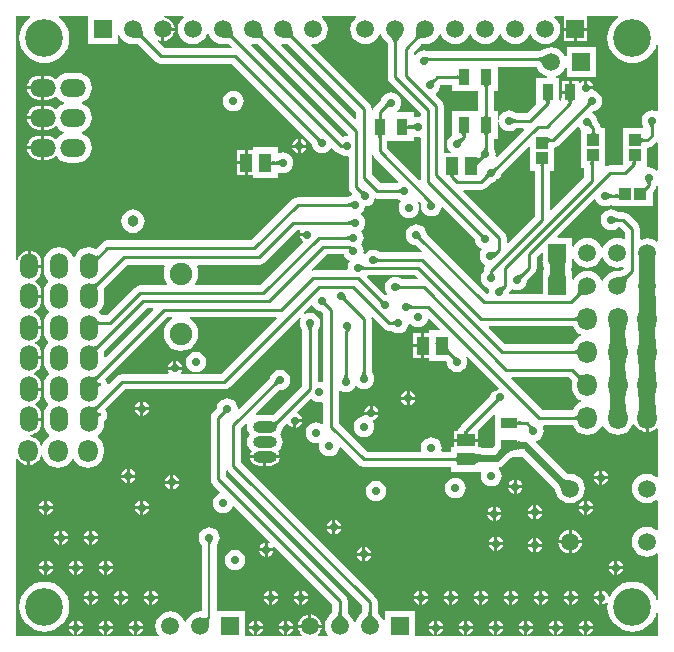
<source format=gbl>
G04 Layer_Physical_Order=4*
G04 Layer_Color=16711680*
%FSTAX24Y24*%
%MOIN*%
G70*
G01*
G75*
%ADD12R,0.0394X0.0433*%
%ADD18R,0.0374X0.0551*%
%ADD20R,0.0433X0.0618*%
%ADD21R,0.0618X0.0433*%
%ADD24R,0.0551X0.0374*%
%ADD33C,0.0100*%
%ADD34C,0.0240*%
%ADD36C,0.0070*%
%ADD40C,0.0540*%
%ADD44R,0.0591X0.0591*%
%ADD45C,0.0591*%
%ADD46O,0.0600X0.0860*%
%ADD47O,0.0650X0.0750*%
%ADD48C,0.0587*%
%ADD49C,0.0750*%
%ADD50C,0.1260*%
%ADD51O,0.0860X0.0600*%
%ADD52O,0.0787X0.0394*%
%ADD53O,0.0787X0.0394*%
%ADD54C,0.0280*%
%ADD55C,0.0380*%
%ADD56R,0.0433X0.0394*%
%ADD57C,0.0480*%
G36*
X047337Y031417D02*
X047328Y031407D01*
X04732Y031397D01*
X047313Y031386D01*
X047307Y031375D01*
X047301Y031364D01*
X047297Y031352D01*
X047294Y03134D01*
X047292Y031328D01*
X04729Y031315D01*
X04729Y031301D01*
X047151Y03144D01*
X047165Y03144D01*
X047178Y031442D01*
X04719Y031444D01*
X047202Y031447D01*
X047214Y031451D01*
X047225Y031457D01*
X047236Y031463D01*
X047247Y03147D01*
X047257Y031478D01*
X047267Y031487D01*
X047337Y031417D01*
D02*
G37*
G36*
X04381Y031539D02*
X04382Y031531D01*
X04383Y031524D01*
X043841Y031517D01*
X043852Y031512D01*
X043864Y031508D01*
X043876Y031504D01*
X043889Y031502D01*
X043901Y0315D01*
X043915Y0315D01*
Y0314D01*
X043901Y0314D01*
X043889Y031398D01*
X043876Y031396D01*
X043864Y031392D01*
X043852Y031388D01*
X043841Y031383D01*
X04383Y031376D01*
X04382Y031369D01*
X04381Y031361D01*
X0438Y031352D01*
Y031548D01*
X04381Y031539D01*
D02*
G37*
G36*
X050097Y031205D02*
X050055Y031204D01*
X049979Y031199D01*
X049945Y031194D01*
X049914Y031188D01*
X049886Y03118D01*
X049861Y031171D01*
X049839Y03116D01*
X04982Y031148D01*
X049804Y031134D01*
X049734Y031204D01*
X049748Y03122D01*
X04976Y031239D01*
X049771Y031261D01*
X04978Y031286D01*
X049788Y031314D01*
X049794Y031345D01*
X049799Y031379D01*
X049804Y031455D01*
X049805Y031497D01*
X050097Y031205D01*
D02*
G37*
G36*
X043243Y031028D02*
X043253Y03102D01*
X043264Y031013D01*
X043275Y031007D01*
X043286Y031001D01*
X043298Y030997D01*
X04331Y030994D01*
X043322Y030992D01*
X043335Y03099D01*
X043349Y03099D01*
X04321Y030851D01*
X04321Y030865D01*
X043208Y030878D01*
X043206Y03089D01*
X043203Y030902D01*
X043199Y030914D01*
X043193Y030925D01*
X043187Y030936D01*
X04318Y030947D01*
X043172Y030957D01*
X043163Y030967D01*
X043233Y031037D01*
X043243Y031028D01*
D02*
G37*
G36*
X04204Y031135D02*
X042042Y031122D01*
X042044Y03111D01*
X042047Y031098D01*
X042051Y031086D01*
X042057Y031075D01*
X042063Y031064D01*
X04207Y031053D01*
X042078Y031043D01*
X042087Y031033D01*
X042017Y030963D01*
X042007Y030972D01*
X041997Y03098D01*
X041986Y030987D01*
X041975Y030993D01*
X041964Y030999D01*
X041952Y031003D01*
X04194Y031006D01*
X041928Y031008D01*
X041915Y03101D01*
X041901Y03101D01*
X04204Y031149D01*
X04204Y031135D01*
D02*
G37*
G36*
X033794Y031535D02*
X033779Y03152D01*
X033766Y031505D01*
X033756Y031491D01*
X033748Y031478D01*
X033743Y031466D01*
X033739Y031455D01*
X033738Y031445D01*
X03374Y031436D01*
X033744Y031428D01*
X03375Y031421D01*
X033603Y031556D01*
X033611Y03155D01*
X033619Y031547D01*
X033629Y031546D01*
X033639Y031547D01*
X033651Y031551D01*
X033663Y031557D01*
X033676Y031565D01*
X03369Y031575D01*
X033705Y031588D01*
X03372Y031603D01*
X033794Y031535D01*
D02*
G37*
G36*
X047937Y031817D02*
X047928Y031807D01*
X04792Y031797D01*
X047913Y031786D01*
X047907Y031775D01*
X047901Y031764D01*
X047897Y031752D01*
X047894Y03174D01*
X047892Y031728D01*
X04789Y031715D01*
X04789Y031701D01*
X047751Y03184D01*
X047765Y03184D01*
X047778Y031842D01*
X04779Y031844D01*
X047802Y031847D01*
X047814Y031851D01*
X047825Y031857D01*
X047836Y031863D01*
X047847Y03187D01*
X047857Y031878D01*
X047867Y031887D01*
X047937Y031817D01*
D02*
G37*
G36*
X040529Y033301D02*
X040524Y033294D01*
X040515Y03325D01*
X04075D01*
Y03315D01*
X040515D01*
X040524Y033106D01*
X040577Y033027D01*
X040618Y032999D01*
X040625Y032935D01*
X039194Y031505D01*
X037028D01*
X037006Y03155D01*
X037052Y03161D01*
X03711Y03175D01*
X03713Y0319D01*
X03711Y03205D01*
X037071Y032145D01*
X037104Y032195D01*
X03915D01*
X039248Y032215D01*
X03933Y03227D01*
X040406Y033345D01*
X040505D01*
X040529Y033301D01*
D02*
G37*
G36*
X048605Y032579D02*
Y032325D01*
X048602Y032315D01*
X048603Y03231D01*
X048602Y032306D01*
X048605Y032292D01*
Y032105D01*
X048644D01*
X048647Y032045D01*
X048606Y031995D01*
X048605D01*
Y031808D01*
X048602Y031794D01*
X048603Y03179D01*
X048602Y031785D01*
X048605Y031775D01*
Y031205D01*
X047531D01*
X047487Y031255D01*
X04749Y03128D01*
X04753Y03132D01*
X047584Y031401D01*
X047661Y031369D01*
X04775Y031357D01*
X047839Y031369D01*
X047921Y031403D01*
X047992Y031458D01*
X048047Y031529D01*
X048081Y031611D01*
X04809Y03168D01*
X04833Y03192D01*
X048386Y032002D01*
X048405Y0321D01*
Y032444D01*
X048559Y032598D01*
X048605Y032579D01*
D02*
G37*
G36*
X051466Y031796D02*
X051452Y03178D01*
X05144Y031761D01*
X051429Y031739D01*
X05142Y031714D01*
X051412Y031686D01*
X051406Y031655D01*
X051401Y031621D01*
X051396Y031545D01*
X051395Y031503D01*
X051103Y031795D01*
X051145Y031796D01*
X051221Y031801D01*
X051255Y031806D01*
X051286Y031812D01*
X051314Y03182D01*
X051339Y031829D01*
X051361Y03184D01*
X05138Y031852D01*
X051396Y031866D01*
X051466Y031796D01*
D02*
G37*
G36*
X033764Y03034D02*
X033768Y030332D01*
X033775Y030324D01*
X033783Y030318D01*
X033794Y030312D01*
X033807Y030308D01*
X033822Y030304D01*
X033839Y030302D01*
X033858Y0303D01*
X033879Y0303D01*
X033888Y0302D01*
X033868Y030199D01*
X03385Y030198D01*
X033834Y030196D01*
X03382Y030192D01*
X033809Y030187D01*
X0338Y030182D01*
X033793Y030175D01*
X033789Y030168D01*
X033787Y030159D01*
X033787Y03015D01*
X033761Y030349D01*
X033764Y03034D01*
D02*
G37*
G36*
X0437Y030152D02*
X04369Y030161D01*
X04368Y030169D01*
X04367Y030176D01*
X043659Y030183D01*
X043648Y030188D01*
X043636Y030192D01*
X043624Y030196D01*
X043611Y030198D01*
X043599Y0302D01*
X043585Y0302D01*
Y0303D01*
X043599Y0303D01*
X043611Y030302D01*
X043624Y030304D01*
X043636Y030308D01*
X043648Y030312D01*
X043659Y030317D01*
X04367Y030324D01*
X04368Y030331D01*
X04369Y030339D01*
X0437Y030348D01*
Y030152D01*
D02*
G37*
G36*
X040939Y03014D02*
X040931Y03013D01*
X040924Y03012D01*
X040917Y030109D01*
X040912Y030098D01*
X040908Y030086D01*
X040904Y030074D01*
X040902Y030062D01*
X0409Y030049D01*
X0409Y030035D01*
X0408D01*
X0408Y030049D01*
X040798Y030062D01*
X040796Y030074D01*
X040792Y030086D01*
X040788Y030098D01*
X040783Y030109D01*
X040776Y03012D01*
X040769Y03013D01*
X040761Y03014D01*
X040752Y03015D01*
X040948D01*
X040939Y03014D01*
D02*
G37*
G36*
X052385Y030209D02*
X05238Y030183D01*
X052375Y030148D01*
X052368Y030048D01*
X052366Y029955D01*
X052391Y029475D01*
X051789D01*
X051795Y029491D01*
X0518Y029517D01*
X051805Y029552D01*
X051812Y029652D01*
X051814Y029745D01*
X051789Y030225D01*
X052391D01*
X052385Y030209D01*
D02*
G37*
G36*
X049641Y030085D02*
X049726Y029976D01*
X049835Y029891D01*
X049875Y029875D01*
Y029825D01*
X049835Y029809D01*
X049726Y029724D01*
X049641Y029615D01*
X049617Y029555D01*
X047356D01*
X046812Y030099D01*
X046831Y030145D01*
X049617D01*
X049641Y030085D01*
D02*
G37*
G36*
X04416Y030889D02*
X04417Y030881D01*
X04418Y030874D01*
X044191Y030867D01*
X044202Y030862D01*
X044214Y030858D01*
X044226Y030854D01*
X044239Y030852D01*
X044251Y03085D01*
X044265Y03085D01*
Y03075D01*
X044251Y03075D01*
X044239Y030748D01*
X044226Y030746D01*
X044214Y030742D01*
X044202Y030738D01*
X044191Y030733D01*
X04418Y030726D01*
X04417Y030719D01*
X04416Y030711D01*
X04415Y030702D01*
Y030898D01*
X04416Y030889D01*
D02*
G37*
G36*
X04139Y030985D02*
X041392Y030972D01*
X041394Y03096D01*
X041397Y030948D01*
X041401Y030936D01*
X041407Y030925D01*
X041413Y030914D01*
X04142Y030903D01*
X041428Y030893D01*
X041437Y030883D01*
X041367Y030813D01*
X041357Y030822D01*
X041347Y03083D01*
X041336Y030837D01*
X041325Y030843D01*
X041314Y030849D01*
X041302Y030853D01*
X04129Y030856D01*
X041278Y030858D01*
X041265Y03086D01*
X041251Y03086D01*
X04139Y030999D01*
X04139Y030985D01*
D02*
G37*
G36*
X05237Y031153D02*
X052391Y030575D01*
X051789D01*
X051797Y030594D01*
X051804Y030623D01*
X05181Y030661D01*
X05182Y030765D01*
X051828Y030989D01*
X05183Y031184D01*
X05237Y031153D01*
D02*
G37*
G36*
X049781Y0303D02*
X04978Y03031D01*
X049777Y030318D01*
X049771Y030326D01*
X049764Y030332D01*
X049754Y030338D01*
X049743Y030342D01*
X049729Y030346D01*
X049713Y030348D01*
X049695Y03035D01*
X049675Y03035D01*
Y03045D01*
X049695Y03045D01*
X049713Y030452D01*
X049729Y030454D01*
X049743Y030458D01*
X049754Y030462D01*
X049764Y030468D01*
X049771Y030474D01*
X049777Y030482D01*
X04978Y03049D01*
X049781Y0305D01*
Y0303D01*
D02*
G37*
G36*
X036029Y032145D02*
X03599Y03205D01*
X03597Y0319D01*
X03599Y03175D01*
X036048Y03161D01*
X036094Y03155D01*
X036072Y031505D01*
X0352D01*
X035102Y031486D01*
X03502Y03143D01*
X034094Y030505D01*
X033907D01*
X033844Y030587D01*
X033827Y0306D01*
Y03065D01*
X033844Y030663D01*
X033925Y030768D01*
X033975Y030889D01*
X033992Y03102D01*
Y03128D01*
X033975Y031411D01*
X03397Y031422D01*
X034743Y032195D01*
X035996D01*
X036029Y032145D01*
D02*
G37*
G36*
X046593Y033228D02*
X046603Y03322D01*
X046614Y033213D01*
X046625Y033207D01*
X046636Y033201D01*
X046648Y033197D01*
X04666Y033194D01*
X046672Y033192D01*
X046685Y03319D01*
X046699Y03319D01*
X04656Y033051D01*
X04656Y033065D01*
X046558Y033078D01*
X046556Y03309D01*
X046553Y033102D01*
X046549Y033114D01*
X046543Y033125D01*
X046537Y033136D01*
X04653Y033147D01*
X046522Y033157D01*
X046513Y033167D01*
X046583Y033237D01*
X046593Y033228D01*
D02*
G37*
G36*
X04225Y033502D02*
X04224Y033511D01*
X04223Y033519D01*
X04222Y033526D01*
X042209Y033533D01*
X042198Y033538D01*
X042186Y033542D01*
X042174Y033546D01*
X042161Y033548D01*
X042149Y03355D01*
X042135Y03355D01*
Y03365D01*
X042149Y03365D01*
X042161Y033652D01*
X042174Y033654D01*
X042186Y033658D01*
X042198Y033662D01*
X042209Y033667D01*
X04222Y033674D01*
X04223Y033681D01*
X04224Y033689D01*
X04225Y033698D01*
Y033502D01*
D02*
G37*
G36*
X04454Y033185D02*
X044542Y033172D01*
X044544Y03316D01*
X044547Y033148D01*
X044551Y033136D01*
X044557Y033125D01*
X044563Y033114D01*
X04457Y033103D01*
X044578Y033093D01*
X044587Y033083D01*
X044517Y033013D01*
X044507Y033022D01*
X044497Y03303D01*
X044486Y033037D01*
X044475Y033043D01*
X044464Y033049D01*
X044452Y033053D01*
X04444Y033056D01*
X044428Y033058D01*
X044415Y03306D01*
X044401Y03306D01*
X04454Y033199D01*
X04454Y033185D01*
D02*
G37*
G36*
X042196Y032825D02*
X042206Y032817D01*
X042216Y032809D01*
X042226Y032803D01*
X042235Y032797D01*
X042245Y032793D01*
X042254Y03279D01*
X042263Y032789D01*
X042272Y032788D01*
X04228Y032789D01*
X042161Y03267D01*
X042162Y032678D01*
X042161Y032687D01*
X04216Y032696D01*
X042157Y032705D01*
X042153Y032715D01*
X042147Y032724D01*
X042141Y032734D01*
X042133Y032744D01*
X042125Y032754D01*
X042115Y032765D01*
X042185Y032835D01*
X042196Y032825D01*
D02*
G37*
G36*
X0422Y033002D02*
X04219Y033011D01*
X04218Y033019D01*
X04217Y033026D01*
X042159Y033033D01*
X042148Y033038D01*
X042136Y033042D01*
X042124Y033046D01*
X042112Y033048D01*
X042099Y03305D01*
X042085Y03305D01*
Y03315D01*
X042099Y03315D01*
X042112Y033152D01*
X042124Y033154D01*
X042136Y033158D01*
X042148Y033162D01*
X042159Y033167D01*
X04217Y033174D01*
X04218Y033181D01*
X04219Y033189D01*
X0422Y033198D01*
Y033002D01*
D02*
G37*
G36*
X05245Y034815D02*
Y032987D01*
X0524Y032962D01*
X052337Y033011D01*
X052223Y033058D01*
X0521Y033074D01*
X051977Y033058D01*
X051905Y033028D01*
X051855Y033061D01*
Y0334D01*
X051835Y033498D01*
X05178Y03358D01*
X05148Y03388D01*
X051398Y033935D01*
X0513Y033955D01*
X051126D01*
X051071Y033997D01*
X050989Y034031D01*
X0509Y034043D01*
X050811Y034031D01*
X050729Y033997D01*
X050658Y033942D01*
X050603Y033871D01*
X050569Y033789D01*
X050557Y0337D01*
X050569Y033611D01*
X050603Y033529D01*
X050658Y033458D01*
X050729Y033403D01*
X050811Y033369D01*
X0509Y033357D01*
X050989Y033369D01*
X051071Y033403D01*
X051126Y033445D01*
X051194D01*
X051345Y033294D01*
Y03308D01*
X051304Y033052D01*
X051229Y033083D01*
X0511Y0331D01*
X050971Y033083D01*
X05085Y033033D01*
X050747Y032953D01*
X050667Y03285D01*
X050627Y032752D01*
X050573D01*
X050533Y03285D01*
X050453Y032953D01*
X05035Y033033D01*
X050229Y033083D01*
X0501Y0331D01*
X049971Y033083D01*
X04985Y033033D01*
X049747Y032953D01*
X049667Y03285D01*
X049645Y032796D01*
X049595Y032806D01*
Y033095D01*
X049121D01*
X049102Y033141D01*
X050338Y034377D01*
X050387Y034368D01*
X050403Y034329D01*
X050458Y034258D01*
X050529Y034203D01*
X050611Y034169D01*
X0507Y034157D01*
X050789Y034169D01*
X050871Y034203D01*
X050878Y034208D01*
X050928Y034183D01*
Y034153D01*
X052272D01*
Y034606D01*
X05233Y034664D01*
X052386Y034747D01*
X0524Y034819D01*
X05245Y034815D01*
D02*
G37*
G36*
X0431Y034395D02*
X043774D01*
X043829Y034353D01*
X043857Y034341D01*
X04387Y034293D01*
X043853Y034271D01*
X043819Y034189D01*
X043807Y0341D01*
X043819Y034011D01*
X043853Y033929D01*
X043908Y033858D01*
X043979Y033803D01*
X044061Y033769D01*
X04415Y033757D01*
X044239Y033769D01*
X044321Y033803D01*
X044392Y033858D01*
X044447Y033929D01*
X044481Y034011D01*
X044493Y0341D01*
X044481Y034189D01*
X044447Y034271D01*
X044446Y034273D01*
X044483Y034306D01*
X044567Y034223D01*
X044557Y03415D01*
X044569Y034061D01*
X044603Y033979D01*
X044658Y033908D01*
X044729Y033853D01*
X044811Y033819D01*
X0449Y033807D01*
X044989Y033819D01*
X045071Y033853D01*
X045142Y033908D01*
X045197Y033979D01*
X045231Y034061D01*
X045235Y034091D01*
X045283Y034107D01*
X04636Y03303D01*
X046369Y032961D01*
X046403Y032879D01*
X046458Y032808D01*
X046529Y032753D01*
X046557Y032741D01*
X04657Y032693D01*
X046553Y032671D01*
X046519Y032589D01*
X046507Y0325D01*
X046519Y032411D01*
X046553Y032329D01*
X046608Y032258D01*
X046679Y032203D01*
X046694Y032142D01*
X046665Y032098D01*
X046645Y032D01*
Y031976D01*
X046603Y031921D01*
X046569Y031839D01*
X046557Y03175D01*
X046569Y031661D01*
X046603Y031579D01*
X046658Y031508D01*
X046729Y031453D01*
X046787Y031429D01*
X046819Y031389D01*
X046807Y0313D01*
X04681Y031276D01*
X046773Y031232D01*
X046729Y031231D01*
X04474Y03322D01*
X044731Y033289D01*
X044697Y033371D01*
X044642Y033442D01*
X044571Y033497D01*
X044489Y033531D01*
X0444Y033543D01*
X044311Y033531D01*
X044229Y033497D01*
X044158Y033442D01*
X044103Y033371D01*
X044069Y033289D01*
X044057Y0332D01*
X044069Y033111D01*
X044103Y033029D01*
X044158Y032958D01*
X044229Y032903D01*
X044311Y032869D01*
X04438Y03286D01*
X044585Y032655D01*
X044564Y032605D01*
X043176D01*
X043121Y032647D01*
X043039Y032681D01*
X04295Y032693D01*
X042861Y032681D01*
X042779Y032647D01*
X042708Y032592D01*
X042681Y032558D01*
X042633Y032578D01*
X042643Y03265D01*
X042631Y032739D01*
X042597Y032821D01*
X042556Y032875D01*
X042597Y032929D01*
X042631Y033011D01*
X042643Y0331D01*
X042631Y033189D01*
X042597Y033271D01*
X042554Y033328D01*
X042592Y033358D01*
X042647Y033429D01*
X042681Y033511D01*
X042693Y0336D01*
X042681Y033689D01*
X042647Y033771D01*
X042592Y033842D01*
X042559Y033868D01*
Y033932D01*
X042592Y033958D01*
X042647Y034029D01*
X042681Y034111D01*
X042688Y034159D01*
X0427Y034157D01*
X042789Y034169D01*
X042871Y034203D01*
X042942Y034258D01*
X042997Y034329D01*
X04303Y034409D01*
X0431Y034395D01*
D02*
G37*
G36*
X04225Y034102D02*
X04224Y034111D01*
X04223Y034119D01*
X04222Y034126D01*
X042209Y034133D01*
X042198Y034138D01*
X042186Y034142D01*
X042174Y034146D01*
X042161Y034148D01*
X042149Y03415D01*
X042135Y03415D01*
Y03425D01*
X042149Y03425D01*
X042161Y034252D01*
X042174Y034254D01*
X042186Y034258D01*
X042198Y034262D01*
X042209Y034267D01*
X04222Y034274D01*
X04223Y034281D01*
X04224Y034289D01*
X04225Y034298D01*
Y034102D01*
D02*
G37*
G36*
X05101Y033789D02*
X05102Y033781D01*
X05103Y033774D01*
X051041Y033767D01*
X051052Y033762D01*
X051064Y033758D01*
X051076Y033754D01*
X051089Y033752D01*
X051101Y03375D01*
X051115Y03375D01*
Y03365D01*
X051101Y03365D01*
X051089Y033648D01*
X051076Y033646D01*
X051064Y033642D01*
X051052Y033638D01*
X051041Y033633D01*
X05103Y033626D01*
X05102Y033619D01*
X05101Y033611D01*
X051Y033602D01*
Y033798D01*
X05101Y033789D01*
D02*
G37*
G36*
X049793Y036784D02*
X049806Y036775D01*
X049858Y036708D01*
X049903Y036672D01*
Y035933D01*
Y035422D01*
X049995D01*
Y035106D01*
X048901Y034012D01*
X048855Y034031D01*
Y035322D01*
X048997D01*
Y035833D01*
Y036104D01*
X049048Y036114D01*
X04913Y03617D01*
X049752Y036792D01*
X049793Y036784D01*
D02*
G37*
G36*
X042003Y032479D02*
X042058Y032408D01*
X042129Y032353D01*
X042157Y032341D01*
X04217Y032293D01*
X042153Y032271D01*
X042119Y032189D01*
X042107Y0321D01*
X042113Y032055D01*
X042069Y032005D01*
X04095D01*
X040933Y032001D01*
X040908Y032048D01*
X041406Y032545D01*
X041975D01*
X042003Y032479D01*
D02*
G37*
G36*
X04256Y032189D02*
X04257Y032181D01*
X04258Y032174D01*
X042591Y032167D01*
X042602Y032162D01*
X042614Y032158D01*
X042626Y032154D01*
X042639Y032152D01*
X042651Y03215D01*
X042665Y03215D01*
Y03205D01*
X042651Y03205D01*
X042639Y032048D01*
X042626Y032046D01*
X042614Y032042D01*
X042602Y032038D01*
X042591Y032033D01*
X04258Y032026D01*
X04257Y032019D01*
X04256Y032011D01*
X04255Y032002D01*
Y032198D01*
X04256Y032189D01*
D02*
G37*
G36*
X04695Y031951D02*
X046952Y031939D01*
X046954Y031926D01*
X046958Y031914D01*
X046962Y031902D01*
X046967Y031891D01*
X046974Y03188D01*
X046981Y03187D01*
X046989Y03186D01*
X046998Y03185D01*
X046802D01*
X046811Y03186D01*
X046819Y03187D01*
X046826Y03188D01*
X046833Y031891D01*
X046838Y031902D01*
X046842Y031914D01*
X046846Y031926D01*
X046848Y031939D01*
X04685Y031951D01*
X04685Y031965D01*
X04695D01*
X04695Y031951D01*
D02*
G37*
G36*
X044438Y031751D02*
X044419Y031705D01*
X043926D01*
X043871Y031747D01*
X043789Y031781D01*
X0437Y031793D01*
X043611Y031781D01*
X043529Y031747D01*
X043458Y031692D01*
X043403Y031621D01*
X043369Y031539D01*
X043357Y03145D01*
X043369Y031361D01*
X043403Y031279D01*
X043433Y031239D01*
X04341Y031195D01*
X043367Y031194D01*
X042762Y031799D01*
X042781Y031845D01*
X044344D01*
X044438Y031751D01*
D02*
G37*
G36*
X049384Y032301D02*
X049375Y032287D01*
X049366Y032263D01*
X049359Y032229D01*
X049354Y032186D01*
X049346Y032089D01*
X049359Y031871D01*
X049366Y031837D01*
X049375Y031813D01*
X049384Y031799D01*
X049394Y031794D01*
X048806D01*
X048816Y031799D01*
X048825Y031813D01*
X048833Y031837D01*
X048841Y031871D01*
X048846Y031914D01*
X048854Y032011D01*
X048841Y032229D01*
X048833Y032263D01*
X048825Y032287D01*
X048816Y032301D01*
X048806Y032306D01*
X049394D01*
X049384Y032301D01*
D02*
G37*
G36*
X033845Y032439D02*
X033829Y032423D01*
X033805Y032392D01*
X033795Y032378D01*
X033788Y032365D01*
X033783Y032352D01*
X03378Y03234D01*
X03378Y032329D01*
X033781Y032318D01*
X033784Y032309D01*
X033693Y032499D01*
X033698Y032491D01*
X033705Y032485D01*
X033712Y032482D01*
X033721Y032482D01*
X033731Y032484D01*
X033742Y032488D01*
X033754Y032496D01*
X033767Y032506D01*
X033782Y032518D01*
X033798Y032533D01*
X033845Y032439D01*
D02*
G37*
G36*
X047045Y032524D02*
X047035Y032514D01*
X046995Y032468D01*
X046989Y032459D01*
X046979Y032444D01*
X046975Y032436D01*
X046922Y03262D01*
X046932Y032615D01*
X046941Y032612D01*
X046951Y03261D01*
X046961Y03261D01*
X046971Y032611D01*
X046981Y032614D01*
X046991Y032619D01*
X047001Y032625D01*
X047012Y032633D01*
X047022Y032643D01*
X047045Y032524D01*
D02*
G37*
G36*
X04306Y032439D02*
X04307Y032431D01*
X04308Y032424D01*
X043091Y032417D01*
X043102Y032412D01*
X043114Y032408D01*
X043126Y032404D01*
X043138Y032402D01*
X043151Y0324D01*
X043165Y0324D01*
Y0323D01*
X043151Y0323D01*
X043138Y032298D01*
X043126Y032296D01*
X043114Y032292D01*
X043102Y032288D01*
X043091Y032283D01*
X04308Y032276D01*
X04307Y032269D01*
X04306Y032261D01*
X04305Y032252D01*
Y032448D01*
X04306Y032439D01*
D02*
G37*
G36*
X033477Y032243D02*
X033482Y032234D01*
X033488Y032227D01*
X033497Y032221D01*
X033508Y032215D01*
X03352Y032211D01*
X033535Y032207D01*
X033552Y032205D01*
X033571Y032203D01*
X033593Y032203D01*
X033602Y032103D01*
X033581Y032102D01*
X033563Y032101D01*
X033547Y032098D01*
X033534Y032095D01*
X033523Y03209D01*
X033514Y032085D01*
X033507Y032078D01*
X033503Y032071D01*
X0335Y032062D01*
X033501Y032053D01*
X033475Y032252D01*
X033477Y032243D01*
D02*
G37*
G36*
X050667Y03235D02*
X050747Y032247D01*
X05085Y032167D01*
X050971Y032117D01*
X0511Y0321D01*
X051229Y032117D01*
X051263Y032132D01*
X051316Y032099D01*
X051318Y032079D01*
X051255Y032016D01*
X05125Y032014D01*
X051237Y03201D01*
X05122Y032007D01*
X0512Y032004D01*
X051138Y031999D01*
X051103Y031999D01*
X0511Y032D01*
X050971Y031983D01*
X05085Y031933D01*
X050747Y031853D01*
X050667Y03175D01*
X050627Y031652D01*
X050573D01*
X050533Y03175D01*
X050453Y031853D01*
X05035Y031933D01*
X050229Y031983D01*
X0501Y032D01*
X049971Y031983D01*
X04985Y031933D01*
X049747Y031853D01*
X049667Y03175D01*
X049645Y031696D01*
X049595Y031706D01*
Y031775D01*
X049598Y031785D01*
X049597Y03179D01*
X049598Y031794D01*
X049595Y031808D01*
Y031995D01*
X049556D01*
X049553Y032055D01*
X049594Y032105D01*
X049595D01*
Y032292D01*
X049598Y032306D01*
X049597Y03231D01*
X049598Y032315D01*
X049595Y032325D01*
Y032394D01*
X049645Y032404D01*
X049667Y03235D01*
X049747Y032247D01*
X04985Y032167D01*
X049971Y032117D01*
X0501Y0321D01*
X050229Y032117D01*
X05035Y032167D01*
X050453Y032247D01*
X050533Y03235D01*
X050573Y032448D01*
X050627D01*
X050667Y03235D01*
D02*
G37*
G36*
X051399Y030199D02*
X051389Y030166D01*
X05138Y030126D01*
X051372Y030079D01*
X05136Y029965D01*
X051355Y029882D01*
X051372Y029621D01*
X05138Y029574D01*
X051389Y029534D01*
X051399Y029501D01*
X051411Y029475D01*
X050809D01*
X050821Y029501D01*
X050831Y029534D01*
X05084Y029574D01*
X050848Y029621D01*
X05086Y029735D01*
X050865Y029818D01*
X050848Y030079D01*
X05084Y030126D01*
X050831Y030166D01*
X050821Y030199D01*
X050809Y030225D01*
X051411D01*
X051399Y030199D01*
D02*
G37*
G36*
X047774Y027015D02*
X047777Y027006D01*
X047782Y026999D01*
X047789Y026992D01*
X047798Y026987D01*
X04781Y026982D01*
X047823Y026979D01*
X047838Y026976D01*
X047855Y026975D01*
X047874Y026974D01*
Y026874D01*
X047855Y026874D01*
X047838Y026872D01*
X047823Y02687D01*
X04781Y026866D01*
X047798Y026862D01*
X047789Y026856D01*
X047782Y02685D01*
X047777Y026842D01*
X047774Y026834D01*
X047773Y026824D01*
Y027024D01*
X047774Y027015D01*
D02*
G37*
G36*
X039804Y026933D02*
X039787Y026916D01*
X039761Y026884D01*
X039752Y02687D01*
X039744Y026856D01*
X039739Y026844D01*
X039737Y026832D01*
X039736Y026821D01*
X039738Y026811D01*
X039743Y026802D01*
X039634Y026974D01*
X03964Y026967D01*
X039647Y026962D01*
X039655Y02696D01*
X039665Y026961D01*
X039676Y026964D01*
X039688Y02697D01*
X039701Y026978D01*
X039715Y026989D01*
X039731Y027002D01*
X039747Y027018D01*
X039804Y026933D01*
D02*
G37*
G36*
X040908Y027708D02*
X040979Y027653D01*
X041061Y027619D01*
X04115Y027607D01*
X041239Y027619D01*
X041254Y027625D01*
X041295Y027597D01*
Y026904D01*
X041245Y026879D01*
X041221Y026897D01*
X041139Y026931D01*
X04105Y026943D01*
X040961Y026931D01*
X040879Y026897D01*
X040808Y026842D01*
X040753Y026771D01*
X040719Y026689D01*
X040707Y0266D01*
X040719Y026511D01*
X040753Y026429D01*
X040808Y026358D01*
X040879Y026303D01*
X040961Y026269D01*
X04105Y026257D01*
X041126Y026267D01*
X041146Y026254D01*
X041154Y026246D01*
X041167Y026226D01*
X041157Y02615D01*
X041169Y026061D01*
X041203Y025979D01*
X041258Y025908D01*
X041329Y025853D01*
X041411Y025819D01*
X0415Y025807D01*
X041589Y025819D01*
X041671Y025853D01*
X041742Y025908D01*
X041797Y025979D01*
X041831Y026061D01*
X041835Y026091D01*
X041883Y026107D01*
X042458Y025532D01*
X04254Y025477D01*
X042638Y025457D01*
X045541D01*
Y025296D01*
X046538D01*
X046574Y025252D01*
X046569Y025239D01*
X046557Y02515D01*
X046569Y025061D01*
X046603Y024979D01*
X046658Y024908D01*
X046729Y024853D01*
X046811Y024819D01*
X0469Y024807D01*
X046989Y024819D01*
X047071Y024853D01*
X047142Y024908D01*
X047197Y024979D01*
X047231Y025061D01*
X047243Y02515D01*
X047231Y025239D01*
X047197Y025321D01*
X047147Y025386D01*
X047152Y025416D01*
X047162Y02544D01*
X047235Y02547D01*
X047302Y025522D01*
X047451Y025671D01*
X047456Y025674D01*
X047498Y025714D01*
X047533Y025745D01*
X047564Y02577D01*
X047589Y025787D01*
X047593Y025789D01*
X047645D01*
X047652Y025787D01*
X04766Y025789D01*
X047761D01*
X047774Y025786D01*
X047788Y025789D01*
X047955D01*
X048959Y024785D01*
X048961Y024781D01*
X048978Y024763D01*
X048989Y02475D01*
X048999Y024738D01*
X049006Y024726D01*
X049013Y024716D01*
X049017Y024706D01*
X049021Y024697D01*
X049024Y024689D01*
X049026Y024681D01*
X049028Y024665D01*
X049034Y02465D01*
X04904Y024607D01*
X04909Y024487D01*
X049169Y024384D01*
X049272Y024305D01*
X049392Y024255D01*
X04952Y024238D01*
X049649Y024255D01*
X049769Y024305D01*
X049872Y024384D01*
X049951Y024487D01*
X050001Y024607D01*
X050018Y024736D01*
X050001Y024865D01*
X049951Y024985D01*
X049872Y025088D01*
X049769Y025167D01*
X049649Y025216D01*
X04952Y025233D01*
X049475Y025227D01*
X049459Y025229D01*
X049446Y025228D01*
X049445Y025228D01*
X049444Y025228D01*
X049442Y025228D01*
X049439Y025229D01*
X049435Y025232D01*
X049428Y025235D01*
X049419Y025241D01*
X049409Y02525D01*
X049393Y025265D01*
X049389Y025268D01*
X048384Y026273D01*
X048403Y026325D01*
X048471Y026353D01*
X048542Y026408D01*
X048597Y026479D01*
X048631Y026561D01*
X048643Y02665D01*
X048631Y026739D01*
X048608Y026795D01*
X048639Y026845D01*
X049617D01*
X049641Y026785D01*
X049726Y026676D01*
X049835Y026591D01*
X049963Y026539D01*
X0501Y02652D01*
X050237Y026539D01*
X050365Y026591D01*
X050474Y026676D01*
X050559Y026785D01*
X05058Y026837D01*
X05063D01*
X050651Y026785D01*
X050736Y026676D01*
X050845Y026591D01*
X050973Y026539D01*
X05111Y02652D01*
X051247Y026539D01*
X051375Y026591D01*
X051484Y026676D01*
X051569Y026785D01*
X051613Y026893D01*
X051667D01*
X051679Y026863D01*
X051755Y026765D01*
X051853Y026689D01*
X051872Y026682D01*
X051876Y026679D01*
X051979Y026636D01*
X05204Y026628D01*
Y0271D01*
X05214D01*
Y026628D01*
X052201Y026636D01*
X052304Y026679D01*
X052308Y026682D01*
X052327Y026689D01*
X0524Y026745D01*
X05245Y026721D01*
Y025136D01*
X0524Y025112D01*
X052328Y025167D01*
X052208Y025216D01*
X05208Y025233D01*
X051951Y025216D01*
X051831Y025167D01*
X051728Y025088D01*
X051649Y024985D01*
X051599Y024865D01*
X051582Y024736D01*
X051599Y024607D01*
X051649Y024487D01*
X051728Y024384D01*
X051831Y024305D01*
X051951Y024255D01*
X05208Y024238D01*
X052208Y024255D01*
X052328Y024305D01*
X0524Y02436D01*
X05245Y024335D01*
Y023365D01*
X0524Y02334D01*
X052328Y023395D01*
X052208Y023445D01*
X05208Y023462D01*
X051951Y023445D01*
X051831Y023395D01*
X051728Y023316D01*
X051649Y023213D01*
X051599Y023093D01*
X051582Y022964D01*
X051599Y022835D01*
X051649Y022715D01*
X051728Y022612D01*
X051831Y022533D01*
X051951Y022484D01*
X05208Y022467D01*
X052208Y022484D01*
X052328Y022533D01*
X0524Y022588D01*
X05245Y022564D01*
Y021029D01*
X0524Y021022D01*
X052371Y021119D01*
X052293Y021263D01*
X05219Y02139D01*
X052063Y021493D01*
X051919Y021571D01*
X051763Y021618D01*
X0516Y021634D01*
X051437Y021618D01*
X051281Y021571D01*
X051137Y021493D01*
X05101Y02139D01*
X050907Y021263D01*
X050839Y021136D01*
X050786Y021144D01*
X050776Y021194D01*
X050723Y021273D01*
X050644Y021326D01*
X0506Y021335D01*
Y0211D01*
Y020865D01*
X050644Y020874D01*
X050723Y020927D01*
X050729Y020936D01*
X050778Y020919D01*
X050766Y0208D01*
X050782Y020637D01*
X050829Y020481D01*
X050907Y020337D01*
X05101Y02021D01*
X051137Y020107D01*
X051281Y020029D01*
X051437Y019982D01*
X0516Y019966D01*
X051763Y019982D01*
X051919Y020029D01*
X052063Y020107D01*
X05219Y02021D01*
X052293Y020337D01*
X052371Y020481D01*
X0524Y020578D01*
X05245Y020571D01*
Y019805D01*
X044345D01*
Y020645D01*
X043355D01*
Y020356D01*
X043305Y020346D01*
X043283Y0204D01*
X043203Y020503D01*
X043201Y020505D01*
X043176Y02053D01*
X043135Y020577D01*
X043123Y020593D01*
X043114Y020608D01*
X043107Y020619D01*
X043105Y020624D01*
Y02095D01*
X043085Y021048D01*
X04303Y02113D01*
X038555Y025606D01*
Y026744D01*
X038716Y026906D01*
X038764Y026883D01*
X038753Y0268D01*
X038767Y026696D01*
X038807Y0266D01*
X038845Y02655D01*
X038807Y0265D01*
X038767Y026404D01*
X038753Y0263D01*
X038767Y026196D01*
X038807Y0261D01*
X03887Y026017D01*
X038918Y025981D01*
X038894Y02595D01*
X038864Y025877D01*
X03886Y02585D01*
X03984D01*
X039836Y025877D01*
X039806Y02595D01*
X039782Y025981D01*
X03983Y026017D01*
X039894Y0261D01*
X039933Y026196D01*
X039947Y0263D01*
X039933Y026404D01*
X039894Y0265D01*
X039855Y02655D01*
X039894Y0266D01*
X039933Y026696D01*
X039941Y026757D01*
X039942Y026758D01*
X039942Y026758D01*
X039945Y026785D01*
X040075Y026915D01*
X040129Y026898D01*
X040177Y026827D01*
X040256Y026774D01*
X0403Y026765D01*
Y027D01*
X04035D01*
Y02705D01*
X040585D01*
X040576Y027094D01*
X040523Y027173D01*
X040452Y027221D01*
X040435Y027275D01*
X04087Y02771D01*
X040908Y027708D01*
D02*
G37*
G36*
X0461Y026634D02*
X046103Y026606D01*
X046106Y026595D01*
X046109Y026586D01*
X046112Y026578D01*
X046117Y026572D01*
X046122Y026568D01*
X046128Y026565D01*
X046135Y026564D01*
X045965D01*
X045972Y026565D01*
X045978Y026568D01*
X045983Y026572D01*
X045988Y026578D01*
X045991Y026586D01*
X045994Y026595D01*
X045997Y026606D01*
X045999Y026619D01*
X046Y026634D01*
X046Y02665D01*
X0461D01*
X0461Y026634D01*
D02*
G37*
G36*
X048232Y026839D02*
X048242Y026831D01*
X048252Y026823D01*
X048262Y026816D01*
X048273Y02681D01*
X048285Y026804D01*
X048296Y026798D01*
X048309Y026794D01*
X048321Y026789D01*
X048334Y026786D01*
X048165Y026687D01*
X048168Y026699D01*
X048169Y026711D01*
X048169Y026722D01*
X048168Y026734D01*
X048165Y026745D01*
X048161Y026756D01*
X048156Y026767D01*
X048149Y026777D01*
X048141Y026787D01*
X048132Y026797D01*
X048222Y026848D01*
X048232Y026839D01*
D02*
G37*
G36*
X051399Y027999D02*
X051389Y027966D01*
X05138Y027926D01*
X051372Y027879D01*
X05136Y027765D01*
X051355Y027682D01*
X051372Y027421D01*
X05138Y027374D01*
X051389Y027334D01*
X051399Y027301D01*
X051411Y027275D01*
X050809D01*
X050821Y027301D01*
X050831Y027334D01*
X05084Y027374D01*
X050848Y027421D01*
X05086Y027535D01*
X050865Y027618D01*
X050848Y027879D01*
X05084Y027926D01*
X050831Y027966D01*
X050821Y027999D01*
X050809Y028025D01*
X051411D01*
X051399Y027999D01*
D02*
G37*
G36*
X052385Y028009D02*
X05238Y027983D01*
X052375Y027948D01*
X052368Y027848D01*
X052366Y027755D01*
X052391Y027275D01*
X051789D01*
X051795Y027291D01*
X0518Y027317D01*
X051805Y027352D01*
X051812Y027452D01*
X051814Y027545D01*
X051789Y028025D01*
X052391D01*
X052385Y028009D01*
D02*
G37*
G36*
X038099Y02726D02*
X038085Y02726D01*
X038072Y027258D01*
X03806Y027256D01*
X038048Y027253D01*
X038036Y027249D01*
X038025Y027243D01*
X038014Y027237D01*
X038003Y02723D01*
X037993Y027222D01*
X037983Y027213D01*
X037913Y027283D01*
X037922Y027293D01*
X03793Y027303D01*
X037937Y027314D01*
X037943Y027325D01*
X037949Y027336D01*
X037953Y027348D01*
X037956Y02736D01*
X037958Y027372D01*
X03796Y027385D01*
X03796Y027399D01*
X038099Y02726D01*
D02*
G37*
G36*
X049781Y027D02*
X04978Y02701D01*
X049777Y027018D01*
X049771Y027026D01*
X049764Y027032D01*
X049754Y027038D01*
X049743Y027042D01*
X049729Y027046D01*
X049713Y027048D01*
X049695Y02705D01*
X049675Y02705D01*
Y02715D01*
X049695Y02715D01*
X049713Y027152D01*
X049729Y027154D01*
X049743Y027158D01*
X049754Y027162D01*
X049764Y027168D01*
X049771Y027174D01*
X049777Y027182D01*
X04978Y02719D01*
X049781Y0272D01*
Y027D01*
D02*
G37*
G36*
X033764Y02729D02*
X033768Y027282D01*
X033775Y027274D01*
X033783Y027268D01*
X033794Y027262D01*
X033807Y027258D01*
X033822Y027254D01*
X033839Y027252D01*
X033858Y02725D01*
X033879Y02725D01*
X033888Y02715D01*
X033868Y02715D01*
X03385Y027148D01*
X033834Y027146D01*
X03382Y027142D01*
X033809Y027137D01*
X0338Y027132D01*
X033793Y027125D01*
X033789Y027118D01*
X033787Y027109D01*
X033787Y0271D01*
X033761Y027299D01*
X033764Y02729D01*
D02*
G37*
G36*
X042902Y020597D02*
X042906Y020575D01*
X042914Y020551D01*
X042925Y020527D01*
X042939Y020502D01*
X042956Y020476D01*
X042977Y020449D01*
X043027Y020391D01*
X043057Y020361D01*
X042643D01*
X042673Y020391D01*
X042723Y020449D01*
X042744Y020476D01*
X042761Y020502D01*
X042775Y020527D01*
X042786Y020551D01*
X042794Y020575D01*
X042798Y020597D01*
X0428Y020618D01*
X0429D01*
X042902Y020597D01*
D02*
G37*
G36*
X041902D02*
X041906Y020575D01*
X041914Y020551D01*
X041925Y020527D01*
X041939Y020502D01*
X041956Y020476D01*
X041977Y020449D01*
X042027Y020391D01*
X042057Y020361D01*
X041643D01*
X041673Y020391D01*
X041723Y020449D01*
X041744Y020476D01*
X041761Y020502D01*
X041775Y020527D01*
X041786Y020551D01*
X041794Y020575D01*
X041798Y020597D01*
X0418Y020618D01*
X0419D01*
X041902Y020597D01*
D02*
G37*
G36*
X037525Y020425D02*
X037511Y02041D01*
X0375Y020394D01*
X037491Y020377D01*
X037484Y020358D01*
X037479Y020339D01*
X037476Y020318D01*
X037476Y020296D01*
X037477Y020273D01*
X03748Y020249D01*
X037486Y020223D01*
X037273Y020436D01*
X037299Y02043D01*
X037323Y020427D01*
X037346Y020426D01*
X037368Y020426D01*
X037389Y020429D01*
X037408Y020434D01*
X037427Y020441D01*
X037444Y02045D01*
X03746Y020461D01*
X037475Y020475D01*
X037525Y020425D01*
D02*
G37*
G36*
X037586Y022988D02*
X037566Y022963D01*
X037558Y022951D01*
X037551Y022939D01*
X037545Y022927D01*
X037541Y022915D01*
X037538Y022904D01*
X037536Y022892D01*
X037535Y02288D01*
X037465D01*
X037464Y022892D01*
X037462Y022904D01*
X037459Y022915D01*
X037455Y022927D01*
X037449Y022939D01*
X037442Y022951D01*
X037434Y022963D01*
X037425Y022975D01*
X037414Y022988D01*
X037402Y023D01*
X037598D01*
X037586Y022988D01*
D02*
G37*
G36*
X049275Y025096D02*
X049297Y025078D01*
X049319Y025063D01*
X049341Y02505D01*
X049363Y02504D01*
X049386Y025032D01*
X049408Y025027D01*
X049431Y025024D01*
X049454Y025024D01*
X049478Y025026D01*
X049229Y024699D01*
X049226Y024722D01*
X04922Y024745D01*
X049212Y024768D01*
X049203Y02479D01*
X049192Y024813D01*
X049179Y024835D01*
X049164Y024857D01*
X049148Y024878D01*
X049129Y0249D01*
X049109Y024921D01*
X049253Y025116D01*
X049275Y025096D01*
D02*
G37*
G36*
X047777Y026349D02*
X047784Y026338D01*
X047796Y026328D01*
X047813Y02632D01*
X047834Y026312D01*
X047861Y026307D01*
X047892Y026302D01*
X047928Y026299D01*
X048014Y026296D01*
Y026056D01*
X047969Y026055D01*
X047892Y02605D01*
X047861Y026045D01*
X047834Y02604D01*
X047813Y026032D01*
X047796Y026024D01*
X047784Y026014D01*
X047777Y026003D01*
X047774Y02599D01*
Y026362D01*
X047777Y026349D01*
D02*
G37*
G36*
X047654Y025991D02*
X047631Y026001D01*
X047606Y026004D01*
X047578Y026002D01*
X047548Y025994D01*
X047516Y02598D01*
X04748Y02596D01*
X047443Y025934D01*
X047402Y025902D01*
X04736Y025864D01*
X047314Y02582D01*
X047056Y025902D01*
X047108Y025955D01*
X047188Y026049D01*
X047216Y026089D01*
X047237Y026125D01*
X04725Y026157D01*
X047256Y026184D01*
X047254Y026208D01*
X047244Y026226D01*
X047227Y026241D01*
X047654Y025991D01*
D02*
G37*
G36*
X045743Y025763D02*
X045745Y025763D01*
X045882Y025771D01*
X045906Y025775D01*
X045927Y025779D01*
X045943Y025785D01*
X045956Y02579D01*
X045965Y025797D01*
Y025627D01*
X045956Y025634D01*
X045943Y02564D01*
X045927Y025645D01*
X045906Y02565D01*
X045882Y025653D01*
X045821Y025659D01*
X045745Y025662D01*
X045743Y025662D01*
Y025612D01*
X045742Y025622D01*
X045739Y02563D01*
X045734Y025638D01*
X045727Y025644D01*
X045718Y02565D01*
X045707Y025654D01*
X045694Y025658D01*
X045679Y02566D01*
X045661Y025662D01*
X045642Y025662D01*
Y025762D01*
X045661Y025763D01*
X045679Y025764D01*
X045694Y025767D01*
X045707Y02577D01*
X045718Y025775D01*
X045727Y02578D01*
X045734Y025787D01*
X045739Y025794D01*
X045742Y025803D01*
X045743Y025812D01*
Y025763D01*
D02*
G37*
G36*
X03812Y02532D02*
X042595Y020844D01*
Y020624D01*
X042593Y020619D01*
X042586Y020608D01*
X042577Y020593D01*
X042565Y020577D01*
X042523Y02053D01*
X042499Y020505D01*
X042497Y020503D01*
X042417Y0204D01*
X042377Y020302D01*
X042323D01*
X042283Y0204D01*
X042203Y020503D01*
X042201Y020505D01*
X042176Y02053D01*
X042135Y020577D01*
X042123Y020593D01*
X042114Y020608D01*
X042107Y020619D01*
X042105Y020624D01*
Y021D01*
X042085Y021098D01*
X04203Y02118D01*
X038055Y025156D01*
Y025327D01*
X038105Y025342D01*
X03812Y02532D01*
D02*
G37*
G36*
X04636Y025917D02*
X046367Y025907D01*
X046379Y025898D01*
X046396Y025891D01*
X046418Y025884D01*
X046444Y025879D01*
X046475Y025875D01*
X046552Y025871D01*
X046598Y02587D01*
Y02563D01*
X046552Y025629D01*
X046511Y025625D01*
X046475Y025619D01*
X046444Y025611D01*
X046417Y0256D01*
X046395Y025587D01*
X046379Y025571D01*
X046366Y025553D01*
X046359Y025533D01*
X046357Y02551D01*
X046358Y025928D01*
X04636Y025917D01*
D02*
G37*
G36*
X0427Y028601D02*
X042702Y028589D01*
X042704Y028576D01*
X042708Y028564D01*
X042712Y028552D01*
X042717Y028541D01*
X042724Y02853D01*
X042731Y02852D01*
X042739Y02851D01*
X042748Y0285D01*
X042552D01*
X042561Y02851D01*
X042569Y02852D01*
X042576Y02853D01*
X042583Y028541D01*
X042588Y028552D01*
X042592Y028564D01*
X042596Y028576D01*
X042598Y028589D01*
X0426Y028601D01*
X0426Y028615D01*
X0427D01*
X0427Y028601D01*
D02*
G37*
G36*
X045666Y029155D02*
X045676Y029147D01*
X045687Y029139D01*
X045698Y029132D01*
X045709Y029126D01*
X04572Y029121D01*
X045732Y029116D01*
X045745Y029112D01*
X045758Y029109D01*
X045771Y029107D01*
X045612Y028992D01*
X045614Y029005D01*
X045614Y029017D01*
X045613Y029029D01*
X045611Y029041D01*
X045608Y029053D01*
X045604Y029064D01*
X045598Y029075D01*
X045591Y029085D01*
X045583Y029095D01*
X045574Y029105D01*
X045657Y029164D01*
X045666Y029155D01*
D02*
G37*
G36*
X033794Y028435D02*
X033779Y02842D01*
X033766Y028405D01*
X033756Y028391D01*
X033748Y028378D01*
X033743Y028366D01*
X033739Y028355D01*
X033738Y028345D01*
X03374Y028336D01*
X033744Y028328D01*
X03375Y028321D01*
X033603Y028456D01*
X033611Y02845D01*
X033619Y028447D01*
X033629Y028446D01*
X033639Y028447D01*
X033651Y028451D01*
X033663Y028457D01*
X033676Y028465D01*
X03369Y028475D01*
X033705Y028488D01*
X03372Y028503D01*
X033794Y028435D01*
D02*
G37*
G36*
X052385Y029109D02*
X05238Y029083D01*
X052375Y029048D01*
X052368Y028948D01*
X052366Y028855D01*
X052391Y028375D01*
X051789D01*
X051795Y028391D01*
X0518Y028417D01*
X051805Y028452D01*
X051812Y028552D01*
X051814Y028645D01*
X051789Y029125D01*
X052391D01*
X052385Y029109D01*
D02*
G37*
G36*
X0421Y028501D02*
X042102Y028489D01*
X042104Y028476D01*
X042108Y028464D01*
X042112Y028452D01*
X042117Y028441D01*
X042124Y02843D01*
X042131Y02842D01*
X042139Y02841D01*
X042148Y0284D01*
X041952D01*
X041961Y02841D01*
X041969Y02842D01*
X041976Y02843D01*
X041983Y028441D01*
X041988Y028452D01*
X041992Y028464D01*
X041996Y028476D01*
X041998Y028489D01*
X042Y028501D01*
X042Y028515D01*
X0421D01*
X0421Y028501D01*
D02*
G37*
G36*
X039738Y030399D02*
X037894Y028555D01*
X036568D01*
X036542Y028605D01*
X036576Y028656D01*
X036585Y0287D01*
X036115D01*
X036124Y028656D01*
X036158Y028605D01*
X036132Y028555D01*
X034588D01*
X03449Y028535D01*
X034408Y02848D01*
X034138Y02821D01*
X034086Y028229D01*
X034082Y028269D01*
X034074Y028296D01*
X034069Y028324D01*
X034063Y028334D01*
X034059Y028345D01*
X034042Y028367D01*
X034031Y028383D01*
X036093Y030445D01*
X036241D01*
X036251Y030395D01*
X03614Y03031D01*
X036048Y03019D01*
X03599Y03005D01*
X03597Y0299D01*
X03599Y02975D01*
X036048Y02961D01*
X03614Y02949D01*
X03626Y029398D01*
X0364Y02934D01*
X03655Y02932D01*
X0367Y02934D01*
X03684Y029398D01*
X03696Y02949D01*
X037052Y02961D01*
X03711Y02975D01*
X03713Y0299D01*
X03711Y03005D01*
X037052Y03019D01*
X03696Y03031D01*
X036849Y030395D01*
X036859Y030445D01*
X039719D01*
X039738Y030399D01*
D02*
G37*
G36*
X033819Y029448D02*
X033804Y029432D01*
X033791Y029417D01*
X03378Y029403D01*
X033772Y02939D01*
X033766Y029378D01*
X033762Y029366D01*
X03376Y029355D01*
X033761Y029346D01*
X033764Y029337D01*
X033769Y029328D01*
X033643Y029484D01*
X03365Y029478D01*
X033658Y029474D01*
X033667Y029472D01*
X033676Y029472D01*
X033687Y029475D01*
X033699Y029481D01*
X033711Y029488D01*
X033725Y029498D01*
X03374Y029511D01*
X033755Y029526D01*
X033819Y029448D01*
D02*
G37*
G36*
X049781Y0292D02*
X04978Y02921D01*
X049777Y029218D01*
X049771Y029226D01*
X049764Y029232D01*
X049754Y029238D01*
X049743Y029242D01*
X049729Y029246D01*
X049713Y029248D01*
X049695Y029249D01*
X049675Y02925D01*
Y02935D01*
X049695Y029351D01*
X049713Y029352D01*
X049729Y029354D01*
X049743Y029358D01*
X049754Y029362D01*
X049764Y029368D01*
X049771Y029374D01*
X049777Y029382D01*
X04978Y02939D01*
X049781Y0294D01*
Y0292D01*
D02*
G37*
G36*
X035626Y030699D02*
X034038Y029111D01*
X033992Y02913D01*
Y02923D01*
X03398Y02932D01*
X035406Y030745D01*
X035607D01*
X035626Y030699D01*
D02*
G37*
G36*
X045466Y029412D02*
X045468Y029398D01*
X045472Y029384D01*
X045477Y02937D01*
X045483Y029355D01*
X045491Y029341D01*
X0455Y029327D01*
X045511Y029313D01*
X045523Y029299D01*
X045536Y029285D01*
Y029143D01*
X045523Y029156D01*
X045483Y029191D01*
X045477Y029195D01*
X045472Y029197D01*
X045468Y029197D01*
X045466Y029196D01*
X045465Y029192D01*
Y029426D01*
X045466Y029412D01*
D02*
G37*
G36*
X040554Y030423D02*
X040553Y030421D01*
X040519Y030339D01*
X040507Y03025D01*
X040519Y030161D01*
X040553Y030079D01*
X040595Y030024D01*
Y028156D01*
X039629Y027189D01*
X039547Y0272D01*
X039153D01*
X039071Y027189D01*
X039047Y027237D01*
X039821Y028011D01*
X03985Y028007D01*
X039939Y028019D01*
X040021Y028053D01*
X040092Y028108D01*
X040147Y028179D01*
X040181Y028261D01*
X040193Y02835D01*
X040181Y028439D01*
X040147Y028521D01*
X040092Y028592D01*
X040021Y028647D01*
X039939Y028681D01*
X03985Y028693D01*
X039761Y028681D01*
X039679Y028647D01*
X039608Y028592D01*
X039553Y028521D01*
X039523Y028449D01*
X039518Y028438D01*
X039515Y028431D01*
X039515Y028428D01*
X039514Y028426D01*
X039513Y028424D01*
X039512Y028423D01*
X039512Y028423D01*
X038491Y027402D01*
X03844Y027421D01*
X038431Y027489D01*
X038397Y027571D01*
X038342Y027642D01*
X038271Y027697D01*
X038189Y027731D01*
X0381Y027743D01*
X038011Y027731D01*
X037929Y027697D01*
X037858Y027642D01*
X037803Y027571D01*
X037769Y027489D01*
X03776Y02742D01*
X03762Y02728D01*
X037564Y027198D01*
X037545Y0271D01*
Y02505D01*
X037564Y024952D01*
X03762Y02487D01*
X037862Y024627D01*
X037845Y024574D01*
X037779Y024547D01*
X037708Y024492D01*
X037653Y024421D01*
X037619Y024339D01*
X037607Y02425D01*
X037619Y024161D01*
X037653Y024079D01*
X037708Y024008D01*
X037779Y023953D01*
X037861Y023919D01*
X03795Y023907D01*
X038039Y023919D01*
X038121Y023953D01*
X038192Y024008D01*
X038247Y024079D01*
X038274Y024144D01*
X038327Y024162D01*
X039523Y022967D01*
X039494Y022926D01*
X03945Y022935D01*
Y02275D01*
X039635D01*
X039626Y022794D01*
X039667Y022823D01*
X041595Y020894D01*
Y020624D01*
X041593Y020619D01*
X041586Y020608D01*
X041577Y020593D01*
X041565Y020577D01*
X041523Y02053D01*
X041499Y020505D01*
X041497Y020503D01*
X041417Y0204D01*
X041367Y020279D01*
X04135Y02015D01*
X041367Y020021D01*
X041417Y0199D01*
X041456Y01985D01*
X041434Y019805D01*
X041127D01*
X041111Y019852D01*
X041132Y019868D01*
X041195Y019951D01*
X041235Y020047D01*
X041242Y0201D01*
X04085D01*
X040458D01*
X040465Y020047D01*
X040505Y019951D01*
X040568Y019868D01*
X040589Y019852D01*
X040573Y019805D01*
X038695D01*
Y020645D01*
X03774D01*
Y022853D01*
X037744Y022858D01*
X037752Y02287D01*
X037797Y022929D01*
X037831Y023011D01*
X037843Y0231D01*
X037831Y023189D01*
X037797Y023271D01*
X037742Y023342D01*
X037671Y023397D01*
X037589Y023431D01*
X0375Y023443D01*
X037411Y023431D01*
X037329Y023397D01*
X037258Y023342D01*
X037203Y023271D01*
X037169Y023189D01*
X037157Y0231D01*
X037169Y023011D01*
X037203Y022929D01*
X037248Y02287D01*
X037256Y022858D01*
X03726Y022853D01*
Y02068D01*
X037223Y020647D01*
X0372Y02065D01*
X037071Y020633D01*
X03695Y020583D01*
X036847Y020503D01*
X036767Y0204D01*
X036727Y020302D01*
X036673D01*
X036633Y0204D01*
X036553Y020503D01*
X03645Y020583D01*
X036329Y020633D01*
X0362Y02065D01*
X036071Y020633D01*
X03595Y020583D01*
X035847Y020503D01*
X035767Y0204D01*
X035717Y020279D01*
X0357Y02015D01*
X035717Y020021D01*
X035767Y0199D01*
X035806Y01985D01*
X035784Y019805D01*
X031055D01*
Y025713D01*
X031105Y025725D01*
X031165Y025647D01*
X031254Y025579D01*
X031357Y025536D01*
X031418Y025528D01*
Y026D01*
X031518D01*
Y025528D01*
X031579Y025536D01*
X031682Y025579D01*
X031771Y025647D01*
X031839Y025736D01*
X031882Y025839D01*
X031882Y025841D01*
X031933D01*
X031936Y025813D01*
X031989Y025685D01*
X032073Y025576D01*
X032183Y025491D01*
X032311Y025439D01*
X032448Y02542D01*
X032585Y025439D01*
X032713Y025491D01*
X032822Y025576D01*
X032906Y025685D01*
X032928Y025737D01*
X032978D01*
X032999Y025685D01*
X033083Y025576D01*
X033193Y025491D01*
X033321Y025439D01*
X033458Y02542D01*
X033595Y025439D01*
X033723Y025491D01*
X033832Y025576D01*
X033916Y025685D01*
X033969Y025813D01*
X033987Y02595D01*
Y02605D01*
X033969Y026187D01*
X033916Y026315D01*
X033832Y026424D01*
X03378Y026464D01*
Y026514D01*
X033844Y026563D01*
X033925Y026668D01*
X033975Y026789D01*
X033992Y02692D01*
Y026977D01*
X034009Y02699D01*
X034036Y027009D01*
X03404Y027015D01*
X034045Y02702D01*
X034061Y027049D01*
X034078Y027077D01*
X03408Y027083D01*
X034083Y02709D01*
X034086Y027122D01*
X034092Y027155D01*
X03409Y027162D01*
X034091Y027169D01*
X034082Y027269D01*
X034074Y027296D01*
X034069Y027324D01*
X034063Y027334D01*
X034059Y027345D01*
X034042Y027367D01*
X034031Y027383D01*
X034693Y028045D01*
X038D01*
X038098Y028064D01*
X03818Y02812D01*
X040517Y030456D01*
X040554Y030423D01*
D02*
G37*
G36*
X04332Y03007D02*
X043402Y030015D01*
X0435Y029995D01*
X043574D01*
X043629Y029953D01*
X043711Y029919D01*
X0438Y029907D01*
X043889Y029919D01*
X043971Y029953D01*
X044042Y030008D01*
X044097Y030079D01*
X044131Y030161D01*
X044138Y030215D01*
X044191Y030229D01*
X044208Y030208D01*
X044279Y030153D01*
X044361Y030119D01*
X04445Y030107D01*
X044539Y030119D01*
X044621Y030153D01*
X044692Y030208D01*
X044747Y030279D01*
X044781Y030361D01*
X044785Y030391D01*
X044833Y030407D01*
X045184Y030055D01*
X045165Y030009D01*
X044833D01*
Y029909D01*
X044662D01*
Y0295D01*
Y029091D01*
X044833D01*
Y028991D01*
X045361D01*
X045407Y028969D01*
X045419Y02888D01*
X045453Y028797D01*
X045508Y028726D01*
X045579Y028672D01*
X045661Y028637D01*
X04575Y028626D01*
X045839Y028637D01*
X045921Y028672D01*
X045992Y028726D01*
X046047Y028797D01*
X046081Y02888D01*
X046093Y028969D01*
X046081Y029057D01*
X04606Y029109D01*
X046102Y029137D01*
X04715Y02809D01*
X047135Y028042D01*
X047102Y028036D01*
X04705Y028001D01*
X047024Y027995D01*
X046987Y027989D01*
X046985Y027988D01*
X046982Y027987D01*
X046951Y027966D01*
X04692Y027947D01*
X046918Y027944D01*
X046916Y027943D01*
X046895Y027912D01*
X046874Y027882D01*
X046873Y027879D01*
X046872Y027877D01*
X046864Y02784D01*
X04686Y02782D01*
X04587Y02683D01*
X045814Y026748D01*
X045802Y026685D01*
X045793Y026667D01*
X045641D01*
Y0264D01*
X046459D01*
Y026667D01*
X046459Y026667D01*
X046459D01*
X046473Y026712D01*
X046978Y027218D01*
X047024Y027199D01*
Y026537D01*
Y02623D01*
X047024Y026223D01*
X047024Y026221D01*
Y026171D01*
X046957Y026092D01*
X046938Y026073D01*
X046606D01*
X0466Y026074D01*
X04656Y026074D01*
X046559Y026074D01*
Y026129D01*
X046459D01*
Y0263D01*
X045641D01*
Y026129D01*
X045541D01*
Y025967D01*
X045258D01*
X045237Y025999D01*
X045232Y026017D01*
X045243Y0261D01*
X045231Y026189D01*
X045197Y026271D01*
X045142Y026342D01*
X045071Y026397D01*
X044989Y026431D01*
X0449Y026443D01*
X044811Y026431D01*
X044729Y026397D01*
X044658Y026342D01*
X044603Y026271D01*
X044569Y026189D01*
X044557Y0261D01*
X044568Y026017D01*
X044563Y025999D01*
X044542Y025967D01*
X042743D01*
X041805Y026906D01*
Y027996D01*
X041855Y028021D01*
X041879Y028003D01*
X041961Y027969D01*
X04205Y027957D01*
X042139Y027969D01*
X042221Y028003D01*
X042292Y028058D01*
X042347Y028129D01*
X042357Y028152D01*
X042393Y028157D01*
X042412Y028154D01*
X042479Y028103D01*
X042561Y028069D01*
X04265Y028057D01*
X042739Y028069D01*
X042821Y028103D01*
X042892Y028158D01*
X042947Y028229D01*
X042981Y028311D01*
X042993Y0284D01*
X042981Y028489D01*
X042947Y028571D01*
X042905Y028626D01*
Y0304D01*
X042901Y030417D01*
X042948Y030442D01*
X04332Y03007D01*
D02*
G37*
G36*
X047199Y02766D02*
X047185Y02766D01*
X047172Y027658D01*
X04716Y027656D01*
X047148Y027653D01*
X047136Y027649D01*
X047125Y027643D01*
X047114Y027637D01*
X047103Y02763D01*
X047093Y027622D01*
X047083Y027613D01*
X047013Y027683D01*
X047022Y027693D01*
X04703Y027703D01*
X047037Y027714D01*
X047043Y027725D01*
X047049Y027736D01*
X047053Y027748D01*
X047056Y02776D01*
X047058Y027772D01*
X04706Y027785D01*
X04706Y027799D01*
X047199Y02766D01*
D02*
G37*
G36*
X049584Y028355D02*
X04957Y02825D01*
Y02815D01*
X049589Y028013D01*
X049641Y027885D01*
X049726Y027776D01*
X049835Y027691D01*
X049875Y027675D01*
Y027625D01*
X049835Y027609D01*
X049726Y027524D01*
X049641Y027415D01*
X049617Y027355D01*
X048606D01*
X047562Y028399D01*
X047581Y028445D01*
X049494D01*
X049584Y028355D01*
D02*
G37*
G36*
X033794Y027435D02*
X033779Y02742D01*
X033766Y027405D01*
X033756Y027391D01*
X033748Y027378D01*
X033743Y027366D01*
X033739Y027355D01*
X033738Y027345D01*
X03374Y027336D01*
X033744Y027328D01*
X03375Y027321D01*
X033603Y027456D01*
X033611Y02745D01*
X033619Y027447D01*
X033629Y027446D01*
X033639Y027447D01*
X033651Y027451D01*
X033663Y027457D01*
X033676Y027465D01*
X03369Y027475D01*
X033705Y027488D01*
X03372Y027503D01*
X033794Y027435D01*
D02*
G37*
G36*
X049826Y028545D02*
X04984Y028533D01*
X049854Y028523D01*
X049866Y028516D01*
X049878Y02851D01*
X049888Y028508D01*
X049898Y028507D01*
X049907Y028509D01*
X049914Y028513D01*
X049921Y02852D01*
X049797Y028362D01*
X049802Y028371D01*
X049805Y02838D01*
X049805Y02839D01*
X049804Y0284D01*
X0498Y028412D01*
X049794Y028424D01*
X049786Y028437D01*
X049775Y028451D01*
X049763Y028466D01*
X049748Y028481D01*
X049811Y02856D01*
X049826Y028545D01*
D02*
G37*
G36*
X051399Y029099D02*
X051389Y029066D01*
X05138Y029026D01*
X051372Y028979D01*
X05136Y028865D01*
X051355Y028782D01*
X051372Y028521D01*
X05138Y028474D01*
X051389Y028434D01*
X051399Y028401D01*
X051411Y028375D01*
X050809D01*
X050821Y028401D01*
X050831Y028434D01*
X05084Y028474D01*
X050848Y028521D01*
X05086Y028635D01*
X050865Y028718D01*
X050848Y028979D01*
X05084Y029026D01*
X050831Y029066D01*
X050821Y029099D01*
X050809Y029125D01*
X051411D01*
X051399Y029099D01*
D02*
G37*
G36*
X040943Y030834D02*
X040956Y030825D01*
X041008Y030758D01*
X041079Y030703D01*
X041161Y030669D01*
X04123Y03066D01*
X041295Y030594D01*
Y028303D01*
X041254Y028275D01*
X041239Y028281D01*
X04115Y028293D01*
X041142Y028292D01*
X041105Y028325D01*
Y030024D01*
X041147Y030079D01*
X041181Y030161D01*
X041193Y03025D01*
X041181Y030339D01*
X041147Y030421D01*
X041092Y030492D01*
X041021Y030547D01*
X040939Y030581D01*
X04085Y030593D01*
X040761Y030581D01*
X040679Y030547D01*
X040677Y030546D01*
X040644Y030584D01*
X040902Y030842D01*
X040943Y030834D01*
D02*
G37*
G36*
X033764Y02829D02*
X033768Y028282D01*
X033775Y028274D01*
X033783Y028268D01*
X033794Y028262D01*
X033807Y028258D01*
X033822Y028254D01*
X033839Y028252D01*
X033858Y02825D01*
X033879Y02825D01*
X033888Y02815D01*
X033868Y028149D01*
X03385Y028148D01*
X033834Y028145D01*
X03382Y028142D01*
X033809Y028138D01*
X0338Y028132D01*
X033793Y028126D01*
X033789Y028118D01*
X033787Y02811D01*
X033787Y0281D01*
X033761Y028299D01*
X033764Y02829D01*
D02*
G37*
G36*
X039813Y028215D02*
X039801Y028218D01*
X039789Y028219D01*
X039778Y028219D01*
X039766Y028218D01*
X039755Y028215D01*
X039744Y028211D01*
X039733Y028206D01*
X039723Y028199D01*
X039713Y028191D01*
X039703Y028182D01*
X039652Y028272D01*
X039661Y028282D01*
X039669Y028292D01*
X039677Y028302D01*
X039684Y028312D01*
X03969Y028323D01*
X039696Y028335D01*
X039702Y028346D01*
X039706Y028359D01*
X039711Y028371D01*
X039714Y028384D01*
X039813Y028215D01*
D02*
G37*
G36*
X044886Y034335D02*
X044932Y034295D01*
X044941Y034289D01*
X044956Y034279D01*
X044964Y034275D01*
X04478Y034222D01*
X044785Y034232D01*
X044788Y034241D01*
X04479Y034251D01*
X04479Y034261D01*
X044789Y034271D01*
X044786Y034281D01*
X044781Y034291D01*
X044775Y034301D01*
X044767Y034312D01*
X044757Y034322D01*
X044876Y034345D01*
X044886Y034335D01*
D02*
G37*
G36*
X04761Y037089D02*
X04762Y037081D01*
X04763Y037074D01*
X047641Y037067D01*
X047652Y037062D01*
X047664Y037058D01*
X047676Y037054D01*
X047688Y037052D01*
X047701Y03705D01*
X047715Y03705D01*
Y03695D01*
X047701Y03695D01*
X047688Y036948D01*
X047676Y036946D01*
X047664Y036942D01*
X047652Y036938D01*
X047641Y036933D01*
X04763Y036926D01*
X04762Y036919D01*
X04761Y036911D01*
X0476Y036902D01*
Y037098D01*
X04761Y037089D01*
D02*
G37*
G36*
X04325Y037155D02*
X043252Y037138D01*
X043254Y037123D01*
X043258Y03711D01*
X043263Y037098D01*
X043268Y037089D01*
X043274Y037082D01*
X043282Y037077D01*
X043291Y037074D01*
X0433Y037073D01*
X0431D01*
X043109Y037074D01*
X043118Y037077D01*
X043126Y037082D01*
X043132Y037089D01*
X043137Y037098D01*
X043142Y03711D01*
X043145Y037123D01*
X043148Y037138D01*
X043149Y037155D01*
X04315Y037174D01*
X04325D01*
X04325Y037155D01*
D02*
G37*
G36*
X05024Y036935D02*
X050242Y036922D01*
X050244Y03691D01*
X050247Y036898D01*
X050251Y036886D01*
X050257Y036875D01*
X050263Y036864D01*
X05027Y036853D01*
X050278Y036843D01*
X050287Y036833D01*
X050217Y036763D01*
X050207Y036772D01*
X050197Y03678D01*
X050186Y036787D01*
X050175Y036793D01*
X050164Y036799D01*
X050152Y036803D01*
X05014Y036806D01*
X050128Y036808D01*
X050115Y03681D01*
X050101Y03681D01*
X05024Y036949D01*
X05024Y036935D01*
D02*
G37*
G36*
X052339Y03689D02*
X052331Y03688D01*
X052324Y03687D01*
X052317Y036859D01*
X052312Y036848D01*
X052308Y036836D01*
X052304Y036824D01*
X052302Y036811D01*
X0523Y036799D01*
X0523Y036785D01*
X0522D01*
X0522Y036799D01*
X052198Y036811D01*
X052196Y036824D01*
X052192Y036836D01*
X052188Y036848D01*
X052183Y036859D01*
X052176Y03687D01*
X052169Y03688D01*
X052161Y03689D01*
X052152Y0369D01*
X052348D01*
X052339Y03689D01*
D02*
G37*
G36*
X046775Y037205D02*
X046776Y037188D01*
X046779Y037173D01*
X046782Y03716D01*
X046787Y037148D01*
X046792Y037139D01*
X046799Y037132D01*
X046806Y037127D01*
X046815Y037124D01*
X046824Y037123D01*
X046624D01*
X046634Y037124D01*
X046642Y037127D01*
X04665Y037132D01*
X046656Y037139D01*
X046662Y037148D01*
X046666Y03716D01*
X04667Y037173D01*
X046672Y037188D01*
X046674Y037205D01*
X046674Y037224D01*
X046774D01*
X046775Y037205D01*
D02*
G37*
G36*
X043513Y037465D02*
X043501Y037468D01*
X043489Y037469D01*
X043478Y037469D01*
X043466Y037468D01*
X043455Y037465D01*
X043444Y037461D01*
X043433Y037456D01*
X043423Y037449D01*
X043413Y037441D01*
X043403Y037432D01*
X043352Y037522D01*
X043361Y037532D01*
X043369Y037542D01*
X043377Y037552D01*
X043384Y037562D01*
X04339Y037573D01*
X043396Y037585D01*
X043402Y037596D01*
X043406Y037609D01*
X043411Y037621D01*
X043414Y037634D01*
X043513Y037465D01*
D02*
G37*
G36*
X049615Y037676D02*
X049606Y037673D01*
X049599Y037668D01*
X049592Y037661D01*
X049587Y037652D01*
X049582Y03764D01*
X049579Y037627D01*
X049576Y037612D01*
X049575Y037595D01*
X049574Y037576D01*
X049474D01*
X049474Y037595D01*
X049472Y037612D01*
X04947Y037627D01*
X049466Y03764D01*
X049462Y037652D01*
X049456Y037661D01*
X04945Y037668D01*
X049442Y037673D01*
X049434Y037676D01*
X049424Y037677D01*
X049624D01*
X049615Y037676D01*
D02*
G37*
G36*
X048418Y038792D02*
X048426Y03878D01*
X048436Y038763D01*
X048449Y038736D01*
X048456Y038727D01*
X048467Y0387D01*
X048547Y038597D01*
X04865Y038517D01*
X048751Y038476D01*
X048741Y038426D01*
X048389D01*
Y037549D01*
X048094Y037255D01*
X047726D01*
X047671Y037297D01*
X047589Y037331D01*
X0475Y037343D01*
X047411Y037331D01*
X047329Y037297D01*
X047258Y037242D01*
X047203Y037171D01*
X047169Y037089D01*
X047161Y03703D01*
X047111Y037033D01*
Y037326D01*
X046979D01*
Y037974D01*
X047111D01*
Y038795D01*
X048415D01*
X048418Y038792D01*
D02*
G37*
G36*
X050249Y03751D02*
X050235Y03751D01*
X050222Y037508D01*
X05021Y037506D01*
X050198Y037503D01*
X050186Y037499D01*
X050175Y037493D01*
X050164Y037487D01*
X050153Y03748D01*
X050143Y037472D01*
X050133Y037463D01*
X050063Y037533D01*
X050072Y037543D01*
X05008Y037553D01*
X050087Y037564D01*
X050093Y037575D01*
X050099Y037586D01*
X050103Y037598D01*
X050106Y03761D01*
X050108Y037622D01*
X05011Y037635D01*
X05011Y037649D01*
X050249Y03751D01*
D02*
G37*
G36*
X041143Y036428D02*
X041153Y03642D01*
X041164Y036413D01*
X041175Y036407D01*
X041186Y036401D01*
X041198Y036397D01*
X04121Y036394D01*
X041222Y036392D01*
X041235Y03639D01*
X041249Y03639D01*
X04111Y036251D01*
X04111Y036265D01*
X041108Y036278D01*
X041106Y03629D01*
X041103Y036302D01*
X041099Y036314D01*
X041093Y036325D01*
X041087Y036336D01*
X04108Y036347D01*
X041072Y036357D01*
X041063Y036367D01*
X041133Y036437D01*
X041143Y036428D01*
D02*
G37*
G36*
X043266Y036526D02*
X043258Y036523D01*
X04325Y036518D01*
X043244Y036511D01*
X043238Y036502D01*
X043234Y03649D01*
X04323Y036477D01*
X043228Y036462D01*
X043226Y036445D01*
X043226Y036426D01*
X043126D01*
X043125Y036445D01*
X043124Y036462D01*
X043121Y036477D01*
X043118Y03649D01*
X043113Y036502D01*
X043108Y036511D01*
X043101Y036518D01*
X043094Y036523D01*
X043085Y036526D01*
X043076Y036527D01*
X043276D01*
X043266Y036526D01*
D02*
G37*
G36*
X048797Y03644D02*
X0488Y036432D01*
X048805Y036425D01*
X048812Y036418D01*
X048821Y036412D01*
X048832Y036408D01*
X048845Y036405D01*
X04886Y036402D01*
X048877Y0364D01*
X048896Y0364D01*
Y0363D01*
X048877Y0363D01*
X04886Y036298D01*
X048845Y036295D01*
X048832Y036292D01*
X048821Y036288D01*
X048812Y036282D01*
X048805Y036275D01*
X0488Y036268D01*
X048797Y03626D01*
X048796Y03625D01*
Y03645D01*
X048797Y03644D01*
D02*
G37*
G36*
X051897D02*
X0519Y036432D01*
X051905Y036425D01*
X051912Y036418D01*
X051921Y036412D01*
X051932Y036408D01*
X051945Y036405D01*
X05196Y036402D01*
X051977Y0364D01*
X051996Y0364D01*
Y0363D01*
X051977Y0363D01*
X05196Y036298D01*
X051945Y036295D01*
X051932Y036292D01*
X051921Y036288D01*
X051912Y036282D01*
X051905Y036275D01*
X0519Y036268D01*
X051897Y03626D01*
X051896Y03625D01*
Y03645D01*
X051897Y03644D01*
D02*
G37*
G36*
X046066Y036576D02*
X046058Y036573D01*
X04605Y036568D01*
X046044Y036561D01*
X046038Y036552D01*
X046034Y03654D01*
X04603Y036527D01*
X046028Y036512D01*
X046026Y036495D01*
X046026Y036476D01*
X045926D01*
X045925Y036495D01*
X045924Y036512D01*
X045921Y036527D01*
X045918Y03654D01*
X045913Y036552D01*
X045908Y036561D01*
X045901Y036568D01*
X045894Y036573D01*
X045885Y036576D01*
X045876Y036577D01*
X046076D01*
X046066Y036576D01*
D02*
G37*
G36*
X04411Y03689D02*
X044113Y036882D01*
X044118Y036874D01*
X044125Y036868D01*
X044134Y036862D01*
X044145Y036858D01*
X044158Y036855D01*
X044173Y036852D01*
X044191Y036851D01*
X04421Y03685D01*
Y03675D01*
X044191Y036749D01*
X044173Y036748D01*
X044158Y036746D01*
X044145Y036742D01*
X044134Y036737D01*
X044125Y036732D01*
X044118Y036725D01*
X044113Y036718D01*
X04411Y036709D01*
X044109Y0367D01*
Y0369D01*
X04411Y03689D01*
D02*
G37*
G36*
X04435Y036702D02*
X04434Y036711D01*
X04433Y036719D01*
X04432Y036726D01*
X044309Y036733D01*
X044298Y036738D01*
X044286Y036742D01*
X044274Y036746D01*
X044261Y036748D01*
X044249Y03675D01*
X044235Y03675D01*
Y03685D01*
X044249Y03685D01*
X044261Y036852D01*
X044274Y036854D01*
X044286Y036858D01*
X044298Y036862D01*
X044309Y036867D01*
X04432Y036874D01*
X04433Y036881D01*
X04434Y036889D01*
X04435Y036898D01*
Y036702D01*
D02*
G37*
G36*
X046815Y036576D02*
X046806Y036573D01*
X046799Y036568D01*
X046792Y036561D01*
X046787Y036552D01*
X046782Y03654D01*
X046779Y036527D01*
X046776Y036512D01*
X046775Y036495D01*
X046774Y036476D01*
X046674D01*
X046674Y036495D01*
X046672Y036512D01*
X04667Y036527D01*
X046666Y03654D01*
X046662Y036552D01*
X046656Y036561D01*
X04665Y036568D01*
X046642Y036573D01*
X046634Y036576D01*
X046624Y036577D01*
X046824D01*
X046815Y036576D01*
D02*
G37*
G36*
X05035Y036646D02*
X050352Y036629D01*
X050354Y036614D01*
X050358Y036601D01*
X050363Y036589D01*
X050368Y03658D01*
X050374Y036573D01*
X050382Y036568D01*
X050391Y036565D01*
X0504Y036564D01*
X0502D01*
X050209Y036565D01*
X050218Y036568D01*
X050226Y036573D01*
X050232Y03658D01*
X050237Y036589D01*
X050242Y036601D01*
X050245Y036614D01*
X050248Y036629D01*
X05025Y036646D01*
X05025Y036665D01*
X05035D01*
X05035Y036646D01*
D02*
G37*
G36*
X036651Y040445D02*
X036597Y040403D01*
X036517Y0403D01*
X036467Y040179D01*
X03645Y04005D01*
X036467Y039921D01*
X036517Y0398D01*
X036597Y039697D01*
X0367Y039617D01*
X036821Y039567D01*
X03695Y03955D01*
X037079Y039567D01*
X0372Y039617D01*
X037303Y039697D01*
X037383Y0398D01*
X037423Y039898D01*
X037477D01*
X037517Y0398D01*
X037597Y039697D01*
X0377Y039617D01*
X037821Y039567D01*
X03795Y03955D01*
X037993Y039556D01*
X03801Y039554D01*
X038045Y039558D01*
X038072Y03956D01*
X038095Y03956D01*
X038113Y039559D01*
X038126Y039557D01*
X038134Y039555D01*
X038238Y039451D01*
X038219Y039405D01*
X036006D01*
X035766Y039644D01*
X035795Y039686D01*
X035847Y039665D01*
X0359Y039658D01*
Y04005D01*
X03595D01*
Y0401D01*
X036342D01*
X036335Y040153D01*
X036295Y040249D01*
X036232Y040332D01*
X036149Y040395D01*
X036053Y040435D01*
X035977Y040445D01*
X035981Y040495D01*
X036634D01*
X036651Y040445D01*
D02*
G37*
G36*
X044697Y039755D02*
X044655Y039754D01*
X044579Y039749D01*
X044545Y039744D01*
X044514Y039738D01*
X044486Y03973D01*
X044461Y039721D01*
X044439Y03971D01*
X04442Y039698D01*
X044404Y039684D01*
X044334Y039754D01*
X044348Y03977D01*
X04436Y039789D01*
X044371Y039811D01*
X04438Y039836D01*
X044388Y039864D01*
X044394Y039895D01*
X044399Y039929D01*
X044404Y040005D01*
X044405Y040047D01*
X044697Y039755D01*
D02*
G37*
G36*
X040113Y039559D02*
X040126Y039557D01*
X040134Y039555D01*
X042395Y037294D01*
Y037081D01*
X042349Y037062D01*
X039901Y039509D01*
X039924Y039554D01*
X03995Y03955D01*
X039993Y039556D01*
X04001Y039554D01*
X040045Y039558D01*
X040072Y03956D01*
X040095Y03956D01*
X040113Y039559D01*
D02*
G37*
G36*
X043877Y039809D02*
X043827Y039751D01*
X043806Y039724D01*
X043789Y039698D01*
X043775Y039673D01*
X043764Y039649D01*
X043756Y039625D01*
X043752Y039603D01*
X04375Y039582D01*
X04365D01*
X043648Y039603D01*
X043644Y039625D01*
X043636Y039649D01*
X043625Y039673D01*
X043611Y039698D01*
X043594Y039724D01*
X043573Y039751D01*
X043523Y039809D01*
X043493Y039839D01*
X043907D01*
X043877Y039809D01*
D02*
G37*
G36*
X035249Y040038D02*
X03527Y039924D01*
X035279Y039893D01*
X035289Y039865D01*
X035299Y03984D01*
X035311Y039818D01*
X035323Y0398D01*
X035336Y039785D01*
X035273Y039706D01*
X035256Y03972D01*
X035237Y039733D01*
X035215Y039743D01*
X03519Y039752D01*
X035163Y039758D01*
X035133Y039762D01*
X035101Y039764D01*
X035066Y039764D01*
X035028Y039762D01*
X034988Y039757D01*
X035243Y040082D01*
X035249Y040038D01*
D02*
G37*
G36*
X040249D02*
X04027Y039924D01*
X040279Y039893D01*
X040289Y039865D01*
X040299Y03984D01*
X040311Y039818D01*
X040323Y0398D01*
X040336Y039785D01*
X040273Y039706D01*
X040256Y03972D01*
X040237Y039733D01*
X040215Y039743D01*
X04019Y039752D01*
X040163Y039758D01*
X040133Y039762D01*
X040101Y039764D01*
X040066Y039764D01*
X040028Y039762D01*
X039988Y039757D01*
X040243Y040082D01*
X040249Y040038D01*
D02*
G37*
G36*
X051143Y040447D02*
X051137Y040443D01*
X05101Y04034D01*
X050907Y040213D01*
X050829Y040069D01*
X050782Y039913D01*
X050766Y03975D01*
X050782Y039587D01*
X050829Y039431D01*
X050907Y039287D01*
X05101Y03916D01*
X051137Y039057D01*
X051281Y038979D01*
X051437Y038932D01*
X0516Y038916D01*
X051763Y038932D01*
X051919Y038979D01*
X052063Y039057D01*
X05219Y03916D01*
X052293Y039287D01*
X052371Y039431D01*
X0524Y039528D01*
X05245Y039521D01*
Y037334D01*
X0524Y037306D01*
X052339Y037331D01*
X05225Y037343D01*
X052161Y037331D01*
X052079Y037297D01*
X052008Y037242D01*
X051953Y037171D01*
X051919Y037089D01*
X051907Y037D01*
X051919Y036911D01*
X051953Y036829D01*
X051962Y036817D01*
X051938Y036767D01*
X051303D01*
Y035933D01*
Y035564D01*
X051244Y035505D01*
X05085D01*
X050752Y035485D01*
X050741Y035478D01*
X050697Y035501D01*
Y035933D01*
Y036767D01*
X050552D01*
X050535Y036848D01*
X05048Y03693D01*
X05044Y03697D01*
X050431Y037039D01*
X050397Y037121D01*
X050342Y037192D01*
X050275Y037244D01*
X050266Y037257D01*
X050265Y037263D01*
X050303Y037314D01*
X050339Y037319D01*
X050421Y037353D01*
X050492Y037408D01*
X050547Y037479D01*
X050581Y037561D01*
X050593Y03765D01*
X050581Y037739D01*
X050547Y037821D01*
X050492Y037892D01*
X050421Y037947D01*
X050339Y037981D01*
X050317Y037984D01*
X050283Y038039D01*
X050285Y03805D01*
X05005D01*
Y0381D01*
X05D01*
Y038335D01*
X049956Y038326D01*
X049877Y038273D01*
X049861Y038249D01*
X049811Y038264D01*
Y038326D01*
X049574D01*
Y03795D01*
X049524D01*
Y0379D01*
X049237D01*
Y037757D01*
X049236Y037755D01*
X04923Y037726D01*
X049221Y037698D01*
X049222Y037688D01*
X04922Y037677D01*
X049222Y037669D01*
X049213Y03766D01*
X049163Y037682D01*
Y038426D01*
X049059D01*
X049049Y038476D01*
X04915Y038517D01*
X049253Y038597D01*
X049333Y0387D01*
X049355Y038754D01*
X049405Y038744D01*
Y038455D01*
X050395D01*
Y039445D01*
X049405D01*
Y039156D01*
X049355Y039146D01*
X049333Y0392D01*
X049253Y039303D01*
X04915Y039383D01*
X049029Y039433D01*
X0489Y03945D01*
X048771Y039433D01*
X048707Y039406D01*
X048686Y039401D01*
X048562Y039344D01*
X048504Y03932D01*
X048462Y039305D01*
X04846Y039305D01*
X044838D01*
X044818Y039307D01*
X044815Y039307D01*
X044798Y039311D01*
X044797Y039311D01*
X044795Y039312D01*
X044788Y039315D01*
X044768Y039319D01*
X044739Y039331D01*
X04465Y039343D01*
X044561Y039331D01*
X044479Y039297D01*
X044408Y039242D01*
X044355Y039174D01*
X04435Y039174D01*
X044305Y039194D01*
Y039294D01*
X044545Y039534D01*
X04455Y039536D01*
X044563Y03954D01*
X04458Y039543D01*
X0446Y039546D01*
X044662Y039551D01*
X044697Y039551D01*
X0447Y03955D01*
X044829Y039567D01*
X04495Y039617D01*
X045053Y039697D01*
X045133Y0398D01*
X045173Y039898D01*
X045227D01*
X045267Y0398D01*
X045347Y039697D01*
X04545Y039617D01*
X045571Y039567D01*
X0457Y03955D01*
X045829Y039567D01*
X04595Y039617D01*
X046053Y039697D01*
X046133Y0398D01*
X046173Y039898D01*
X046227D01*
X046267Y0398D01*
X046347Y039697D01*
X04645Y039617D01*
X046571Y039567D01*
X0467Y03955D01*
X046829Y039567D01*
X04695Y039617D01*
X047053Y039697D01*
X047133Y0398D01*
X047173Y039898D01*
X047227D01*
X047267Y0398D01*
X047347Y039697D01*
X04745Y039617D01*
X047571Y039567D01*
X0477Y03955D01*
X047829Y039567D01*
X04795Y039617D01*
X048053Y039697D01*
X048133Y0398D01*
X048173Y039898D01*
X048227D01*
X048267Y0398D01*
X048347Y039697D01*
X04845Y039617D01*
X048571Y039567D01*
X0487Y03955D01*
X048829Y039567D01*
X04895Y039617D01*
X049053Y039697D01*
X049133Y0398D01*
X049183Y039921D01*
X0492Y04005D01*
X049183Y040179D01*
X049133Y0403D01*
X049053Y040403D01*
X048999Y040445D01*
X049016Y040495D01*
X049304D01*
X049305Y040445D01*
Y0401D01*
X0497D01*
X050095D01*
Y040445D01*
X050096Y040495D01*
X05113D01*
X051143Y040447D01*
D02*
G37*
G36*
X038249Y040038D02*
X03827Y039924D01*
X038279Y039893D01*
X038289Y039865D01*
X038299Y03984D01*
X038311Y039818D01*
X038323Y0398D01*
X038336Y039785D01*
X038273Y039706D01*
X038256Y03972D01*
X038237Y039733D01*
X038215Y039743D01*
X03819Y039752D01*
X038163Y039758D01*
X038133Y039762D01*
X038101Y039764D01*
X038066Y039764D01*
X038028Y039762D01*
X037988Y039757D01*
X038243Y040082D01*
X038249Y040038D01*
D02*
G37*
G36*
X039249D02*
X03927Y039924D01*
X039279Y039893D01*
X039289Y039865D01*
X039299Y03984D01*
X039311Y039818D01*
X039323Y0398D01*
X039336Y039785D01*
X039273Y039706D01*
X039256Y03972D01*
X039237Y039733D01*
X039215Y039743D01*
X03919Y039752D01*
X039163Y039758D01*
X039133Y039762D01*
X039101Y039764D01*
X039066Y039764D01*
X039028Y039762D01*
X038988Y039757D01*
X039243Y040082D01*
X039249Y040038D01*
D02*
G37*
G36*
X045037Y038317D02*
X045028Y038307D01*
X04502Y038297D01*
X045013Y038286D01*
X045007Y038275D01*
X045001Y038264D01*
X044997Y038252D01*
X044994Y03824D01*
X044992Y038228D01*
X04499Y038215D01*
X04499Y038201D01*
X044851Y03834D01*
X044865Y03834D01*
X044878Y038342D01*
X04489Y038344D01*
X044902Y038347D01*
X044914Y038351D01*
X044925Y038357D01*
X044936Y038363D01*
X044947Y03837D01*
X044957Y038378D01*
X044967Y038387D01*
X045037Y038317D01*
D02*
G37*
G36*
X045791Y03835D02*
X04579Y038359D01*
X045787Y038368D01*
X045782Y038375D01*
X045775Y038382D01*
X045766Y038387D01*
X045755Y038392D01*
X045742Y038396D01*
X045727Y038398D01*
X045709Y0384D01*
X04569Y0384D01*
Y0385D01*
X045709Y0385D01*
X045727Y038502D01*
X045742Y038505D01*
X045755Y038508D01*
X045766Y038512D01*
X045775Y038518D01*
X045782Y038524D01*
X045787Y038532D01*
X04579Y03854D01*
X045791Y03855D01*
Y03835D01*
D02*
G37*
G36*
X048866Y037676D02*
X048858Y037673D01*
X04885Y037668D01*
X048844Y037661D01*
X048838Y037652D01*
X048834Y037641D01*
X04883Y037627D01*
X048828Y037612D01*
X048826Y037595D01*
X048826Y037576D01*
X048726D01*
X048725Y037595D01*
X048724Y037612D01*
X048722Y037627D01*
X048718Y037641D01*
X048714Y037652D01*
X048708Y037661D01*
X048702Y037668D01*
X048694Y037673D01*
X048686Y037676D01*
X048676Y037677D01*
X048876D01*
X048866Y037676D01*
D02*
G37*
G36*
X046815Y038176D02*
X046806Y038173D01*
X046799Y038168D01*
X046792Y038161D01*
X046787Y038152D01*
X046782Y03814D01*
X046779Y038127D01*
X046776Y038112D01*
X046775Y038095D01*
X046774Y038076D01*
X046674D01*
X046674Y038095D01*
X046672Y038112D01*
X04667Y038127D01*
X046666Y03814D01*
X046662Y038152D01*
X046656Y038161D01*
X04665Y038168D01*
X046642Y038173D01*
X046634Y038176D01*
X046624Y038177D01*
X046824D01*
X046815Y038176D01*
D02*
G37*
G36*
X048632Y038827D02*
X048615Y03886D01*
X048598Y038889D01*
X04858Y038915D01*
X048562Y038938D01*
X048542Y038957D01*
X048522Y038972D01*
X0485Y038984D01*
X048478Y038993D01*
X048456Y038998D01*
X048432Y039D01*
X048468Y0391D01*
X048483Y039101D01*
X048501Y039105D01*
X048522Y03911D01*
X048576Y039129D01*
X048644Y039157D01*
X048772Y039216D01*
X048632Y038827D01*
D02*
G37*
G36*
X042401Y040445D02*
X042347Y040403D01*
X042267Y0403D01*
X042217Y040179D01*
X0422Y04005D01*
X042217Y039921D01*
X042267Y0398D01*
X042347Y039697D01*
X04245Y039617D01*
X042571Y039567D01*
X0427Y03955D01*
X042829Y039567D01*
X04295Y039617D01*
X043053Y039697D01*
X043133Y0398D01*
X043173Y039898D01*
X043227D01*
X043267Y0398D01*
X043347Y039697D01*
X043349Y039695D01*
X043373Y03967D01*
X043415Y039623D01*
X043427Y039607D01*
X043436Y039592D01*
X043443Y039581D01*
X043445Y039576D01*
Y03845D01*
X043464Y038352D01*
X04352Y03827D01*
X044545Y037244D01*
Y037181D01*
X044495Y037137D01*
X04445Y037143D01*
X044361Y037131D01*
X044353Y037128D01*
X044311Y037155D01*
Y037276D01*
X043768D01*
X043751Y037326D01*
X043792Y037358D01*
X043847Y037429D01*
X043881Y037511D01*
X043893Y0376D01*
X043881Y037689D01*
X043847Y037771D01*
X043792Y037842D01*
X043721Y037897D01*
X043639Y037931D01*
X04355Y037943D01*
X043461Y037931D01*
X043379Y037897D01*
X043308Y037842D01*
X043253Y037771D01*
X043223Y037699D01*
X043218Y037688D01*
X043215Y037681D01*
X043215Y037678D01*
X043214Y037676D01*
X043213Y037674D01*
X043212Y037673D01*
X043212Y037673D01*
X04302Y03748D01*
X042965Y037398D01*
X042955Y037349D01*
X042905Y037354D01*
Y0374D01*
X042885Y037498D01*
X04283Y03758D01*
X040901Y039509D01*
X040924Y039554D01*
X04095Y03955D01*
X041079Y039567D01*
X0412Y039617D01*
X041303Y039697D01*
X041383Y0398D01*
X041433Y039921D01*
X04145Y04005D01*
X041433Y040179D01*
X041383Y0403D01*
X041303Y040403D01*
X041249Y040445D01*
X041266Y040495D01*
X042384D01*
X042401Y040445D01*
D02*
G37*
G36*
X039113Y039559D02*
X039126Y039557D01*
X039134Y039555D01*
X042123Y036566D01*
X042122Y036537D01*
X0421Y036493D01*
X042011Y036481D01*
X041953Y036457D01*
X038901Y039509D01*
X038923Y039554D01*
X03895Y03955D01*
X038993Y039556D01*
X03901Y039554D01*
X039045Y039558D01*
X039072Y03956D01*
X039095Y03956D01*
X039113Y039559D01*
D02*
G37*
G36*
X033455Y039555D02*
X034445D01*
Y039844D01*
X034495Y039854D01*
X034517Y0398D01*
X034597Y039697D01*
X0347Y039617D01*
X034821Y039567D01*
X03495Y03955D01*
X034993Y039556D01*
X03501Y039554D01*
X035045Y039558D01*
X035072Y03956D01*
X035095Y03956D01*
X035113Y039559D01*
X035126Y039557D01*
X035134Y039555D01*
X03572Y03897D01*
X035802Y038914D01*
X0359Y038895D01*
X038244D01*
X04091Y03623D01*
X040919Y036161D01*
X040953Y036079D01*
X041008Y036008D01*
X041079Y035953D01*
X041161Y035919D01*
X04125Y035907D01*
X041339Y035919D01*
X041421Y035953D01*
X041492Y036008D01*
X041544Y036075D01*
X041557Y036084D01*
X041598Y036092D01*
X04172Y03597D01*
X041802Y035914D01*
X041864Y035902D01*
X041929Y035853D01*
X042011Y035819D01*
X0421Y035807D01*
X042108Y035808D01*
X042145Y035775D01*
Y0348D01*
X042165Y034702D01*
X04222Y03462D01*
X042262Y034577D01*
X042245Y034524D01*
X042179Y034497D01*
X042124Y034455D01*
X04045D01*
X040352Y034436D01*
X04027Y03438D01*
X038894Y033005D01*
X034085D01*
X033988Y032985D01*
X033905Y03293D01*
X033708Y032733D01*
X033618Y03277D01*
X033488Y032787D01*
X033357Y03277D01*
X033236Y032719D01*
X033131Y032639D01*
X033051Y032535D01*
X033014Y032446D01*
X03296D01*
X032925Y032532D01*
X032844Y032637D01*
X03274Y032717D01*
X032618Y032767D01*
X032488Y032784D01*
X032357Y032767D01*
X032236Y032717D01*
X032131Y032637D01*
X032051Y032532D01*
X032001Y032411D01*
X031984Y03228D01*
Y03202D01*
X032001Y031889D01*
X032051Y031768D01*
X032131Y031663D01*
Y031637D01*
X032051Y031532D01*
X032001Y031411D01*
X031984Y03128D01*
Y03102D01*
X032001Y030889D01*
X032051Y030768D01*
X032131Y030663D01*
X032149Y03065D01*
Y0306D01*
X032131Y030587D01*
X032051Y030482D01*
X032001Y030361D01*
X031984Y03023D01*
Y02997D01*
X032001Y029839D01*
X032051Y029718D01*
X032131Y029613D01*
Y029587D01*
X032051Y029482D01*
X032001Y029361D01*
X031984Y02923D01*
Y02897D01*
X032001Y028839D01*
X032051Y028718D01*
X032131Y028613D01*
X032149Y0286D01*
Y02855D01*
X032131Y028537D01*
X032051Y028432D01*
X032001Y028311D01*
X031984Y02818D01*
Y02792D01*
X032001Y027789D01*
X032051Y027668D01*
X032131Y027563D01*
Y027537D01*
X032051Y027432D01*
X032001Y027311D01*
X031984Y02718D01*
Y02692D01*
X032001Y026789D01*
X032051Y026668D01*
X032131Y026563D01*
X032152Y026548D01*
Y026485D01*
X032073Y026424D01*
X031989Y026315D01*
X031936Y026187D01*
X031933Y026159D01*
X031882D01*
X031882Y026161D01*
X031839Y026264D01*
X031771Y026353D01*
X031682Y026421D01*
X031579Y026464D01*
X031526Y026471D01*
Y026522D01*
X031592Y02653D01*
X03169Y026571D01*
X031773Y026635D01*
X031837Y026718D01*
X031878Y026816D01*
X031891Y02692D01*
Y027D01*
X031488D01*
Y0271D01*
X031891D01*
Y02718D01*
X031878Y027284D01*
X031837Y027382D01*
X031773Y027465D01*
X031704Y027518D01*
X031701Y027551D01*
X031703Y027564D01*
X031707Y027576D01*
X031783Y027635D01*
X031847Y027718D01*
X031888Y027816D01*
X031901Y02792D01*
Y028D01*
X031498D01*
Y0281D01*
X031901D01*
Y02818D01*
X031888Y028284D01*
X031847Y028382D01*
X031783Y028465D01*
X0317Y028529D01*
X03165Y02855D01*
Y028604D01*
X03169Y028621D01*
X031773Y028685D01*
X031837Y028768D01*
X031878Y028866D01*
X031891Y02897D01*
Y02905D01*
X031488D01*
Y02915D01*
X031891D01*
Y02923D01*
X031878Y029334D01*
X031837Y029432D01*
X031773Y029515D01*
X031704Y029568D01*
X031701Y029601D01*
X031703Y029614D01*
X031707Y029626D01*
X031783Y029685D01*
X031847Y029768D01*
X031888Y029866D01*
X031901Y02997D01*
Y03005D01*
X031498D01*
Y03015D01*
X031901D01*
Y03023D01*
X031888Y030334D01*
X031847Y030432D01*
X031783Y030515D01*
X0317Y030579D01*
X03165Y0306D01*
Y030654D01*
X03169Y030671D01*
X031773Y030735D01*
X031837Y030818D01*
X031878Y030916D01*
X031891Y03102D01*
Y0311D01*
X031488D01*
Y0312D01*
X031891D01*
Y03128D01*
X031878Y031384D01*
X031837Y031482D01*
X031773Y031565D01*
X031704Y031618D01*
X031701Y031651D01*
X031703Y031664D01*
X031707Y031676D01*
X031783Y031735D01*
X031847Y031818D01*
X031888Y031916D01*
X031901Y03202D01*
Y0321D01*
X031498D01*
Y03215D01*
X031448D01*
Y032677D01*
X031393Y03267D01*
X031296Y032629D01*
X031213Y032565D01*
X031148Y032482D01*
X031108Y032384D01*
X031105Y03236D01*
X031055Y032363D01*
Y040495D01*
X03153D01*
X031543Y040447D01*
X031537Y040443D01*
X03141Y04034D01*
X031307Y040213D01*
X031229Y040069D01*
X031182Y039913D01*
X031166Y03975D01*
X031182Y039587D01*
X031229Y039431D01*
X031307Y039287D01*
X03141Y03916D01*
X031537Y039057D01*
X031681Y038979D01*
X031837Y038932D01*
X032Y038916D01*
X032163Y038932D01*
X032319Y038979D01*
X032463Y039057D01*
X03259Y03916D01*
X032693Y039287D01*
X032771Y039431D01*
X032818Y039587D01*
X032834Y03975D01*
X032818Y039913D01*
X032771Y040069D01*
X032693Y040213D01*
X03259Y04034D01*
X032463Y040443D01*
X032457Y040447D01*
X03247Y040495D01*
X033455D01*
Y039555D01*
D02*
G37*
G36*
X044721Y039122D02*
X044734Y039117D01*
X044747Y039113D01*
X044777Y039107D01*
X044793Y039104D01*
X044827Y039101D01*
X044865Y0391D01*
X044874Y039D01*
X04486Y038999D01*
X044847Y038998D01*
X044835Y038995D01*
X044824Y038991D01*
X044814Y038986D01*
X044805Y03898D01*
X044797Y038973D01*
X04479Y038964D01*
X044784Y038955D01*
X044778Y038944D01*
X044708Y039127D01*
X044721Y039122D01*
D02*
G37*
G36*
X04565Y035193D02*
X045646Y03519D01*
X045642Y035187D01*
X045639Y035181D01*
X045637Y035175D01*
X045635Y035167D01*
X045633Y035157D01*
X045632Y035146D01*
X045631Y035119D01*
X045531D01*
X045531Y035133D01*
X045529Y035157D01*
X045527Y035167D01*
X045525Y035175D01*
X045523Y035181D01*
X04552Y035187D01*
X045516Y03519D01*
X045512Y035193D01*
X045508Y035193D01*
X045654D01*
X04565Y035193D01*
D02*
G37*
G36*
X047087Y035367D02*
X047078Y035357D01*
X04707Y035347D01*
X047063Y035336D01*
X047057Y035325D01*
X047051Y035314D01*
X047047Y035302D01*
X047044Y03529D01*
X047042Y035278D01*
X04704Y035265D01*
X04704Y035251D01*
X046901Y03539D01*
X046915Y03539D01*
X046928Y035392D01*
X04694Y035394D01*
X046952Y035397D01*
X046964Y035401D01*
X046975Y035407D01*
X046986Y035413D01*
X046997Y03542D01*
X047007Y035428D01*
X047017Y035437D01*
X047087Y035367D01*
D02*
G37*
G36*
X044361Y036469D02*
X04445Y036457D01*
X044495Y036463D01*
X044545Y036419D01*
Y035031D01*
X044499Y035012D01*
X043431Y03608D01*
Y036324D01*
X044311D01*
Y036445D01*
X044353Y036472D01*
X044361Y036469D01*
D02*
G37*
G36*
X046863Y035115D02*
X046851Y035118D01*
X046839Y035119D01*
X046828Y035119D01*
X046816Y035118D01*
X046805Y035115D01*
X046794Y035111D01*
X046783Y035106D01*
X046773Y035099D01*
X046763Y035091D01*
X046753Y035082D01*
X046702Y035172D01*
X046711Y035182D01*
X046719Y035192D01*
X046727Y035202D01*
X046734Y035212D01*
X04674Y035223D01*
X046746Y035235D01*
X046752Y035246D01*
X046756Y035259D01*
X046761Y035271D01*
X046764Y035284D01*
X046863Y035115D01*
D02*
G37*
G36*
X05034Y035623D02*
X050332Y03562D01*
X050325Y035615D01*
X050318Y035608D01*
X050312Y035599D01*
X050308Y035588D01*
X050304Y035574D01*
X050302Y035559D01*
X0503Y035542D01*
X0503Y035523D01*
X0502D01*
X050199Y035542D01*
X050198Y035559D01*
X050195Y035574D01*
X050192Y035588D01*
X050188Y035599D01*
X050182Y035608D01*
X050175Y035615D01*
X050168Y03562D01*
X05016Y035623D01*
X05015Y035624D01*
X05035D01*
X05034Y035623D01*
D02*
G37*
G36*
X051719Y035623D02*
X051715Y035621D01*
X051711Y035617D01*
X051708Y035612D01*
X051706Y035606D01*
X051704Y035597D01*
X051702Y035588D01*
X051701Y035577D01*
X0517Y03555D01*
X0516D01*
X0516Y035564D01*
X051598Y035588D01*
X051596Y035597D01*
X051594Y035606D01*
X051592Y035612D01*
X051589Y035617D01*
X051585Y035621D01*
X051581Y035623D01*
X051577Y035624D01*
X051723D01*
X051719Y035623D01*
D02*
G37*
G36*
X05245Y036269D02*
Y03535D01*
X0524Y035333D01*
X052392Y035342D01*
X052321Y035397D01*
X052239Y035431D01*
X05215Y035443D01*
X052134Y035441D01*
X052097Y035474D01*
Y035933D01*
Y036095D01*
X0521D01*
X052198Y036114D01*
X05228Y03617D01*
X0524Y03629D01*
X05245Y036269D01*
D02*
G37*
G36*
X048691Y035523D02*
X048682Y03552D01*
X048675Y035515D01*
X048668Y035508D01*
X048663Y035499D01*
X048658Y035488D01*
X048654Y035474D01*
X048652Y035459D01*
X04865Y035442D01*
X04865Y035423D01*
X04855D01*
X048549Y035442D01*
X048548Y035459D01*
X048545Y035474D01*
X048542Y035488D01*
X048538Y035499D01*
X048532Y035508D01*
X048526Y035515D01*
X048518Y03552D01*
X048509Y035523D01*
X0485Y035524D01*
X0487D01*
X048691Y035523D01*
D02*
G37*
G36*
X042593Y034678D02*
X042603Y03467D01*
X042614Y034663D01*
X042625Y034657D01*
X042636Y034651D01*
X042648Y034647D01*
X04266Y034644D01*
X042672Y034642D01*
X042685Y03464D01*
X042699Y03464D01*
X04256Y034501D01*
X04256Y034515D01*
X042558Y034528D01*
X042556Y03454D01*
X042553Y034552D01*
X042549Y034564D01*
X042543Y034575D01*
X042537Y034586D01*
X04253Y034597D01*
X042522Y034607D01*
X042513Y034617D01*
X042583Y034687D01*
X042593Y034678D01*
D02*
G37*
G36*
X0439Y034552D02*
X04389Y034561D01*
X04388Y034569D01*
X04387Y034576D01*
X043859Y034583D01*
X043848Y034588D01*
X043836Y034592D01*
X043824Y034596D01*
X043811Y034598D01*
X043799Y0346D01*
X043785Y0346D01*
Y0347D01*
X043799Y0347D01*
X043811Y034702D01*
X043824Y034704D01*
X043836Y034708D01*
X043848Y034712D01*
X043859Y034717D01*
X04387Y034724D01*
X04388Y034731D01*
X04389Y034739D01*
X0439Y034748D01*
Y034552D01*
D02*
G37*
G36*
X05113Y0344D02*
X051129Y034409D01*
X051126Y034418D01*
X051121Y034425D01*
X051114Y034432D01*
X051105Y034437D01*
X051094Y034442D01*
X05108Y034446D01*
X051065Y034448D01*
X051048Y03445D01*
X051029Y03445D01*
Y03455D01*
X051048Y03455D01*
X051065Y034552D01*
X05108Y034555D01*
X051094Y034558D01*
X051105Y034562D01*
X051114Y034568D01*
X051121Y034574D01*
X051126Y034582D01*
X051129Y03459D01*
X05113Y0346D01*
Y0344D01*
D02*
G37*
G36*
X05081Y034589D02*
X05082Y034581D01*
X05083Y034574D01*
X050841Y034567D01*
X050852Y034562D01*
X050864Y034558D01*
X050876Y034554D01*
X050889Y034552D01*
X050901Y03455D01*
X050915Y03455D01*
Y03445D01*
X050901Y03445D01*
X050889Y034448D01*
X050876Y034446D01*
X050864Y034442D01*
X050852Y034438D01*
X050841Y034433D01*
X05083Y034426D01*
X05082Y034419D01*
X05081Y034411D01*
X0508Y034402D01*
Y034598D01*
X05081Y034589D01*
D02*
G37*
G36*
X042996Y035794D02*
X043802Y034988D01*
X043796Y034922D01*
X043774Y034905D01*
X043206D01*
X042905Y035206D01*
Y03584D01*
X042955Y035855D01*
X042996Y035794D01*
D02*
G37*
G36*
X048203Y036127D02*
Y035833D01*
Y035322D01*
X048345D01*
Y033806D01*
X047451Y032912D01*
X047405Y032931D01*
Y0331D01*
X047386Y033198D01*
X04733Y03328D01*
X045962Y034649D01*
X045981Y034695D01*
X04655D01*
X046648Y034715D01*
X04673Y03477D01*
X046874Y034914D01*
X046891Y034913D01*
X046895Y034914D01*
X046899Y034914D01*
X046933Y034927D01*
X046966Y034939D01*
X046969Y034942D01*
X046973Y034943D01*
X046999Y034968D01*
X047026Y034992D01*
X047028Y034995D01*
X047031Y034998D01*
X047045Y035031D01*
X047054Y03505D01*
X047076Y035055D01*
X047113Y035061D01*
X047115Y035062D01*
X047118Y035063D01*
X047149Y035084D01*
X04718Y035103D01*
X047182Y035106D01*
X047184Y035107D01*
X047205Y035138D01*
X047226Y035168D01*
X047227Y035171D01*
X047228Y035173D01*
X047236Y03521D01*
X04724Y03523D01*
X048157Y036146D01*
X048203Y036127D01*
D02*
G37*
G36*
X052142Y034765D02*
X052121Y034744D01*
X052089Y034706D01*
X052077Y034689D01*
X052068Y034674D01*
X052063Y034661D01*
X05206Y034649D01*
X05206Y034639D01*
X052064Y034631D01*
X05207Y034624D01*
X05191Y034744D01*
X051919Y03474D01*
X051928Y034738D01*
X05194Y034738D01*
X051952Y034742D01*
X051965Y034747D01*
X05198Y034756D01*
X051996Y034767D01*
X052013Y034781D01*
X052052Y034816D01*
X052142Y034765D01*
D02*
G37*
G36*
X052239Y03499D02*
X052231Y03498D01*
X052224Y03497D01*
X052217Y034959D01*
X052212Y034948D01*
X052208Y034936D01*
X052204Y034924D01*
X052202Y034911D01*
X0522Y034899D01*
X0522Y034885D01*
X0521D01*
X0521Y034899D01*
X052098Y034911D01*
X052096Y034924D01*
X052092Y034936D01*
X052088Y034948D01*
X052083Y034959D01*
X052076Y03497D01*
X052069Y03498D01*
X052061Y03499D01*
X052052Y035D01*
X052248D01*
X052239Y03499D01*
D02*
G37*
G36*
X045937Y036342D02*
X045928Y036332D01*
X04592Y036322D01*
X045913Y036311D01*
X045907Y0363D01*
X045901Y036289D01*
X045897Y036277D01*
X045894Y036265D01*
X045892Y036253D01*
X04589Y03624D01*
X04589Y036226D01*
X045751Y036365D01*
X045765Y036365D01*
X045778Y036367D01*
X04579Y036369D01*
X045802Y036372D01*
X045814Y036376D01*
X045825Y036382D01*
X045836Y036388D01*
X045847Y036395D01*
X045857Y036403D01*
X045867Y036412D01*
X045937Y036342D01*
D02*
G37*
G36*
X046774Y036103D02*
X046774Y03609D01*
X046776Y036077D01*
X046778Y036064D01*
X04678Y036052D01*
X046784Y03604D01*
X046788Y036028D01*
X046793Y036016D01*
X046799Y036004D01*
X046806Y035993D01*
X046814Y035982D01*
X046621Y036015D01*
X046631Y036023D01*
X04664Y036031D01*
X046648Y03604D01*
X046655Y03605D01*
X046661Y03606D01*
X046665Y036071D01*
X046669Y036083D01*
X046672Y036095D01*
X046673Y036108D01*
X046674Y036122D01*
X046774Y036103D01*
D02*
G37*
G36*
X041979Y03608D02*
X041976Y036084D01*
X041972Y036087D01*
X041967Y03609D01*
X041961Y036093D01*
X041953Y036095D01*
X041945Y036097D01*
X041935Y036098D01*
X041913Y0361D01*
X0419Y0361D01*
Y0362D01*
X041913Y0362D01*
X041935Y036202D01*
X041945Y036203D01*
X041953Y036205D01*
X041961Y036207D01*
X041967Y03621D01*
X041972Y036213D01*
X041976Y036216D01*
X041979Y03622D01*
Y03608D01*
D02*
G37*
G36*
X046699Y03576D02*
X046685Y03576D01*
X046672Y035758D01*
X04666Y035756D01*
X046648Y035753D01*
X046636Y035749D01*
X046625Y035743D01*
X046614Y035737D01*
X046603Y03573D01*
X046593Y035722D01*
X046583Y035713D01*
X046513Y035783D01*
X046522Y035793D01*
X04653Y035803D01*
X046537Y035814D01*
X046543Y035825D01*
X046549Y035836D01*
X046553Y035848D01*
X046556Y03586D01*
X046558Y035872D01*
X04656Y035885D01*
X04656Y035899D01*
X046699Y03576D01*
D02*
G37*
G36*
X046505Y035634D02*
X046492Y03562D01*
X046479Y035606D01*
X046469Y035592D01*
X04646Y035578D01*
X046452Y035564D01*
X046446Y035549D01*
X046441Y035535D01*
X046437Y035521D01*
X046435Y035507D01*
X046434Y035493D01*
Y035776D01*
X046435Y035763D01*
X046437Y035753D01*
X046441Y035746D01*
X046446Y035742D01*
X046452Y03574D01*
X04646Y035742D01*
X046469Y035746D01*
X046479Y035753D01*
X046492Y035763D01*
X046505Y035776D01*
Y035634D01*
D02*
G37*
G36*
X045589Y037974D02*
X046469D01*
Y037326D01*
X045589D01*
Y036526D01*
X045579Y036522D01*
X045508Y036467D01*
X045453Y036396D01*
X045419Y036314D01*
X045407Y036225D01*
X045419Y036136D01*
X045453Y036054D01*
X045508Y035983D01*
X045538Y035959D01*
X045521Y035909D01*
X045305D01*
Y0375D01*
X045286Y037598D01*
X04523Y03768D01*
X045048Y037862D01*
X045054Y037928D01*
X045092Y037958D01*
X045147Y038029D01*
X045181Y038111D01*
X04519Y03818D01*
X045206Y038195D01*
X045589D01*
Y037974D01*
D02*
G37*
G36*
X047169Y036911D02*
X047203Y036829D01*
X047258Y036758D01*
X047329Y036703D01*
X047411Y036669D01*
X0475Y036657D01*
X047589Y036669D01*
X047671Y036703D01*
X047726Y036745D01*
X047969D01*
X047988Y036699D01*
X047074Y035785D01*
X047034Y03581D01*
X047031Y035813D01*
X047043Y0359D01*
X047031Y035989D01*
X046997Y036071D01*
X046988Y036083D01*
X046983Y036096D01*
X046979Y036101D01*
Y036374D01*
X047111D01*
Y036967D01*
X047161Y03697D01*
X047169Y036911D01*
D02*
G37*
%LPC*%
G36*
X0445Y021335D02*
X044456Y021326D01*
X044377Y021273D01*
X044324Y021194D01*
X044315Y02115D01*
X0445D01*
Y021335D01*
D02*
G37*
G36*
X0455Y02105D02*
X045315D01*
X045324Y021006D01*
X045377Y020927D01*
X045456Y020874D01*
X0455Y020865D01*
Y02105D01*
D02*
G37*
G36*
X045785D02*
X0456D01*
Y020865D01*
X045644Y020874D01*
X045723Y020927D01*
X045776Y021006D01*
X045785Y02105D01*
D02*
G37*
G36*
X0465D02*
X046315D01*
X046324Y021006D01*
X046377Y020927D01*
X046456Y020874D01*
X0465Y020865D01*
Y02105D01*
D02*
G37*
G36*
X044785D02*
X0446D01*
Y020865D01*
X044644Y020874D01*
X044723Y020927D01*
X044776Y021006D01*
X044785Y02105D01*
D02*
G37*
G36*
X0445D02*
X044315D01*
X044324Y021006D01*
X044377Y020927D01*
X044456Y020874D01*
X0445Y020865D01*
Y02105D01*
D02*
G37*
G36*
X046785D02*
X0466D01*
Y020865D01*
X046644Y020874D01*
X046723Y020927D01*
X046776Y021006D01*
X046785Y02105D01*
D02*
G37*
G36*
X0495D02*
X049315D01*
X049324Y021006D01*
X049377Y020927D01*
X049456Y020874D01*
X0495Y020865D01*
Y02105D01*
D02*
G37*
G36*
X049785D02*
X0496D01*
Y020865D01*
X049644Y020874D01*
X049723Y020927D01*
X049776Y021006D01*
X049785Y02105D01*
D02*
G37*
G36*
X0505D02*
X050315D01*
X050324Y021006D01*
X050377Y020927D01*
X050456Y020874D01*
X0505Y020865D01*
Y02105D01*
D02*
G37*
G36*
X048785D02*
X0486D01*
Y020865D01*
X048644Y020874D01*
X048723Y020927D01*
X048776Y021006D01*
X048785Y02105D01*
D02*
G37*
G36*
X0475D02*
X047315D01*
X047324Y021006D01*
X047377Y020927D01*
X047456Y020874D01*
X0475Y020865D01*
Y02105D01*
D02*
G37*
G36*
X047785D02*
X0476D01*
Y020865D01*
X047644Y020874D01*
X047723Y020927D01*
X047776Y021006D01*
X047785Y02105D01*
D02*
G37*
G36*
X0485D02*
X048315D01*
X048324Y021006D01*
X048377Y020927D01*
X048456Y020874D01*
X0485Y020865D01*
Y02105D01*
D02*
G37*
G36*
X051Y02205D02*
X050815D01*
X050824Y022006D01*
X050877Y021927D01*
X050956Y021874D01*
X051Y021865D01*
Y02205D01*
D02*
G37*
G36*
X051285D02*
X0511D01*
Y021865D01*
X051144Y021874D01*
X051223Y021927D01*
X051276Y022006D01*
X051285Y02205D01*
D02*
G37*
G36*
X051Y022335D02*
X050956Y022326D01*
X050877Y022273D01*
X050824Y022194D01*
X050815Y02215D01*
X051D01*
Y022335D01*
D02*
G37*
G36*
X0466Y021335D02*
Y02115D01*
X046785D01*
X046776Y021194D01*
X046723Y021273D01*
X046644Y021326D01*
X0466Y021335D01*
D02*
G37*
G36*
X0475D02*
X047456Y021326D01*
X047377Y021273D01*
X047324Y021194D01*
X047315Y02115D01*
X0475D01*
Y021335D01*
D02*
G37*
G36*
X0476D02*
Y02115D01*
X047785D01*
X047776Y021194D01*
X047723Y021273D01*
X047644Y021326D01*
X0476Y021335D01*
D02*
G37*
G36*
X0465D02*
X046456Y021326D01*
X046377Y021273D01*
X046324Y021194D01*
X046315Y02115D01*
X0465D01*
Y021335D01*
D02*
G37*
G36*
X0446D02*
Y02115D01*
X044785D01*
X044776Y021194D01*
X044723Y021273D01*
X044644Y021326D01*
X0446Y021335D01*
D02*
G37*
G36*
X0455D02*
X045456Y021326D01*
X045377Y021273D01*
X045324Y021194D01*
X045315Y02115D01*
X0455D01*
Y021335D01*
D02*
G37*
G36*
X0456D02*
Y02115D01*
X045785D01*
X045776Y021194D01*
X045723Y021273D01*
X045644Y021326D01*
X0456Y021335D01*
D02*
G37*
G36*
X0505D02*
X050456Y021326D01*
X050377Y021273D01*
X050324Y021194D01*
X050315Y02115D01*
X0505D01*
Y021335D01*
D02*
G37*
G36*
X0496D02*
Y02115D01*
X049785D01*
X049776Y021194D01*
X049723Y021273D01*
X049644Y021326D01*
X0496Y021335D01*
D02*
G37*
G36*
X0485D02*
X048456Y021326D01*
X048377Y021273D01*
X048324Y021194D01*
X048315Y02115D01*
X0485D01*
Y021335D01*
D02*
G37*
G36*
X0486D02*
Y02115D01*
X048785D01*
X048776Y021194D01*
X048723Y021273D01*
X048644Y021326D01*
X0486Y021335D01*
D02*
G37*
G36*
X0495D02*
X049456Y021326D01*
X049377Y021273D01*
X049324Y021194D01*
X049315Y02115D01*
X0495D01*
Y021335D01*
D02*
G37*
G36*
X0451Y020335D02*
Y02015D01*
X045285D01*
X045276Y020194D01*
X045223Y020273D01*
X045144Y020326D01*
X0451Y020335D01*
D02*
G37*
G36*
X045D02*
X044956Y020326D01*
X044877Y020273D01*
X044824Y020194D01*
X044815Y02015D01*
X045D01*
Y020335D01*
D02*
G37*
G36*
X046D02*
X045956Y020326D01*
X045877Y020273D01*
X045824Y020194D01*
X045815Y02015D01*
X046D01*
Y020335D01*
D02*
G37*
G36*
X047D02*
X046956Y020326D01*
X046877Y020273D01*
X046824Y020194D01*
X046815Y02015D01*
X047D01*
Y020335D01*
D02*
G37*
G36*
X0471D02*
Y02015D01*
X047285D01*
X047276Y020194D01*
X047223Y020273D01*
X047144Y020326D01*
X0471Y020335D01*
D02*
G37*
G36*
X0461D02*
Y02015D01*
X046285D01*
X046276Y020194D01*
X046223Y020273D01*
X046144Y020326D01*
X0461Y020335D01*
D02*
G37*
G36*
X05Y02005D02*
X049815D01*
X049824Y020006D01*
X049877Y019927D01*
X049956Y019874D01*
X05Y019865D01*
Y02005D01*
D02*
G37*
G36*
X048285D02*
X0481D01*
Y019865D01*
X048144Y019874D01*
X048223Y019927D01*
X048276Y020006D01*
X048285Y02005D01*
D02*
G37*
G36*
X048D02*
X047815D01*
X047824Y020006D01*
X047877Y019927D01*
X047956Y019874D01*
X048Y019865D01*
Y02005D01*
D02*
G37*
G36*
X049D02*
X048815D01*
X048824Y020006D01*
X048877Y019927D01*
X048956Y019874D01*
X049Y019865D01*
Y02005D01*
D02*
G37*
G36*
X049285D02*
X0491D01*
Y019865D01*
X049144Y019874D01*
X049223Y019927D01*
X049276Y020006D01*
X049285Y02005D01*
D02*
G37*
G36*
X050285D02*
X0501D01*
Y019865D01*
X050144Y019874D01*
X050223Y019927D01*
X050276Y020006D01*
X050285Y02005D01*
D02*
G37*
G36*
X046D02*
X045815D01*
X045824Y020006D01*
X045877Y019927D01*
X045956Y019874D01*
X046Y019865D01*
Y02005D01*
D02*
G37*
G36*
X046285D02*
X0461D01*
Y019865D01*
X046144Y019874D01*
X046223Y019927D01*
X046276Y020006D01*
X046285Y02005D01*
D02*
G37*
G36*
X045285D02*
X0451D01*
Y019865D01*
X045144Y019874D01*
X045223Y019927D01*
X045276Y020006D01*
X045285Y02005D01*
D02*
G37*
G36*
X047D02*
X046815D01*
X046824Y020006D01*
X046877Y019927D01*
X046956Y019874D01*
X047Y019865D01*
Y02005D01*
D02*
G37*
G36*
X0481Y020335D02*
Y02015D01*
X048285D01*
X048276Y020194D01*
X048223Y020273D01*
X048144Y020326D01*
X0481Y020335D01*
D02*
G37*
G36*
X047285Y02005D02*
X0471D01*
Y019865D01*
X047144Y019874D01*
X047223Y019927D01*
X047276Y020006D01*
X047285Y02005D01*
D02*
G37*
G36*
X048Y020335D02*
X047956Y020326D01*
X047877Y020273D01*
X047824Y020194D01*
X047815Y02015D01*
X048D01*
Y020335D01*
D02*
G37*
G36*
X045Y02005D02*
X044815D01*
X044824Y020006D01*
X044877Y019927D01*
X044956Y019874D01*
X045Y019865D01*
Y02005D01*
D02*
G37*
G36*
X0491Y020335D02*
Y02015D01*
X049285D01*
X049276Y020194D01*
X049223Y020273D01*
X049144Y020326D01*
X0491Y020335D01*
D02*
G37*
G36*
X05D02*
X049956Y020326D01*
X049877Y020273D01*
X049824Y020194D01*
X049815Y02015D01*
X05D01*
Y020335D01*
D02*
G37*
G36*
X0501D02*
Y02015D01*
X050285D01*
X050276Y020194D01*
X050223Y020273D01*
X050144Y020326D01*
X0501Y020335D01*
D02*
G37*
G36*
X049D02*
X048956Y020326D01*
X048877Y020273D01*
X048824Y020194D01*
X048815Y02015D01*
X049D01*
Y020335D01*
D02*
G37*
G36*
X040585Y02695D02*
X0404D01*
Y026765D01*
X040444Y026774D01*
X040523Y026827D01*
X040576Y026906D01*
X040585Y02695D01*
D02*
G37*
G36*
X0393Y02575D02*
X03886D01*
X038864Y025723D01*
X038894Y02565D01*
X038941Y025588D01*
X039003Y025541D01*
X039076Y025511D01*
X039153Y025501D01*
X0393D01*
Y02575D01*
D02*
G37*
G36*
X03984D02*
X0394D01*
Y025501D01*
X039547D01*
X039624Y025511D01*
X039697Y025541D01*
X039759Y025588D01*
X039806Y02565D01*
X039836Y025723D01*
X03984Y02575D01*
D02*
G37*
G36*
X04775Y025035D02*
Y02485D01*
X047935D01*
X047926Y024894D01*
X047873Y024973D01*
X047794Y025026D01*
X04775Y025035D01*
D02*
G37*
G36*
X0505Y02505D02*
X050315D01*
X050324Y025006D01*
X050377Y024927D01*
X050456Y024874D01*
X0505Y024865D01*
Y02505D01*
D02*
G37*
G36*
X050785D02*
X0506D01*
Y024865D01*
X050644Y024874D01*
X050723Y024927D01*
X050776Y025006D01*
X050785Y02505D01*
D02*
G37*
G36*
X04765Y025035D02*
X047606Y025026D01*
X047527Y024973D01*
X047474Y024894D01*
X047465Y02485D01*
X04765D01*
Y025035D01*
D02*
G37*
G36*
X0505Y025335D02*
X050456Y025326D01*
X050377Y025273D01*
X050324Y025194D01*
X050315Y02515D01*
X0505D01*
Y025335D01*
D02*
G37*
G36*
X0506D02*
Y02515D01*
X050785D01*
X050776Y025194D01*
X050723Y025273D01*
X050644Y025326D01*
X0506Y025335D01*
D02*
G37*
G36*
X047935Y02475D02*
X04775D01*
Y024565D01*
X047794Y024574D01*
X047873Y024627D01*
X047926Y024706D01*
X047935Y02475D01*
D02*
G37*
G36*
X0483Y023085D02*
X048256Y023076D01*
X048177Y023023D01*
X048124Y022944D01*
X048115Y0229D01*
X0483D01*
Y023085D01*
D02*
G37*
G36*
X0484D02*
Y0229D01*
X048585D01*
X048576Y022944D01*
X048523Y023023D01*
X048444Y023076D01*
X0484Y023085D01*
D02*
G37*
G36*
X047Y023135D02*
X046956Y023126D01*
X046877Y023073D01*
X046824Y022994D01*
X046815Y02295D01*
X047D01*
Y023135D01*
D02*
G37*
G36*
X0471D02*
Y02295D01*
X047285D01*
X047276Y022994D01*
X047223Y023073D01*
X047144Y023126D01*
X0471Y023135D01*
D02*
G37*
G36*
X04947Y023354D02*
X049418Y023347D01*
X049322Y023308D01*
X04924Y023245D01*
X049177Y023163D01*
X049137Y023067D01*
X04913Y023014D01*
X04947D01*
Y023354D01*
D02*
G37*
G36*
X04957D02*
Y023014D01*
X049911D01*
X049904Y023067D01*
X049864Y023163D01*
X049801Y023245D01*
X049719Y023308D01*
X049623Y023347D01*
X04957Y023354D01*
D02*
G37*
G36*
X04947Y022914D02*
X04913D01*
X049137Y022861D01*
X049177Y022766D01*
X04924Y022684D01*
X049322Y022621D01*
X049418Y022581D01*
X04947Y022574D01*
Y022914D01*
D02*
G37*
G36*
X0511Y022335D02*
Y02215D01*
X051285D01*
X051276Y022194D01*
X051223Y022273D01*
X051144Y022326D01*
X0511Y022335D01*
D02*
G37*
G36*
X0426Y0225D02*
X042415D01*
X042424Y022456D01*
X042477Y022377D01*
X042556Y022324D01*
X0426Y022315D01*
Y0225D01*
D02*
G37*
G36*
X042885D02*
X0427D01*
Y022315D01*
X042744Y022324D01*
X042823Y022377D01*
X042876Y022456D01*
X042885Y0225D01*
D02*
G37*
G36*
X049911Y022914D02*
X04957D01*
Y022574D01*
X049623Y022581D01*
X049719Y022621D01*
X049801Y022684D01*
X049864Y022766D01*
X049904Y022861D01*
X049911Y022914D01*
D02*
G37*
G36*
X048585Y0228D02*
X0484D01*
Y022615D01*
X048444Y022624D01*
X048523Y022677D01*
X048576Y022756D01*
X048585Y0228D01*
D02*
G37*
G36*
X047Y02285D02*
X046815D01*
X046824Y022806D01*
X046877Y022727D01*
X046956Y022674D01*
X047Y022665D01*
Y02285D01*
D02*
G37*
G36*
X047285D02*
X0471D01*
Y022665D01*
X047144Y022674D01*
X047223Y022727D01*
X047276Y022806D01*
X047285Y02285D01*
D02*
G37*
G36*
X0426Y022785D02*
X042556Y022776D01*
X042477Y022723D01*
X042424Y022644D01*
X042415Y0226D01*
X0426D01*
Y022785D01*
D02*
G37*
G36*
X0427D02*
Y0226D01*
X042885D01*
X042876Y022644D01*
X042823Y022723D01*
X042744Y022776D01*
X0427Y022785D01*
D02*
G37*
G36*
X0483Y0228D02*
X048115D01*
X048124Y022756D01*
X048177Y022677D01*
X048256Y022624D01*
X0483Y022615D01*
Y0228D01*
D02*
G37*
G36*
X0484Y024185D02*
Y024D01*
X048585D01*
X048576Y024044D01*
X048523Y024123D01*
X048444Y024176D01*
X0484Y024185D01*
D02*
G37*
G36*
X0483D02*
X048256Y024176D01*
X048177Y024123D01*
X048124Y024044D01*
X048115Y024D01*
X0483D01*
Y024185D01*
D02*
G37*
G36*
X050285Y02405D02*
X0501D01*
Y023865D01*
X050144Y023874D01*
X050223Y023927D01*
X050276Y024006D01*
X050285Y02405D01*
D02*
G37*
G36*
X04695Y024135D02*
X046906Y024126D01*
X046827Y024073D01*
X046774Y023994D01*
X046765Y02395D01*
X04695D01*
Y024135D01*
D02*
G37*
G36*
X04705D02*
Y02395D01*
X047235D01*
X047226Y023994D01*
X047173Y024073D01*
X047094Y024126D01*
X04705Y024135D01*
D02*
G37*
G36*
X04305Y024993D02*
X042961Y024981D01*
X042879Y024947D01*
X042808Y024892D01*
X042753Y024821D01*
X042719Y024739D01*
X042707Y02465D01*
X042719Y024561D01*
X042753Y024479D01*
X042808Y024408D01*
X042879Y024353D01*
X042961Y024319D01*
X04305Y024307D01*
X043139Y024319D01*
X043221Y024353D01*
X043292Y024408D01*
X043347Y024479D01*
X043381Y024561D01*
X043393Y02465D01*
X043381Y024739D01*
X043347Y024821D01*
X043292Y024892D01*
X043221Y024947D01*
X043139Y024981D01*
X04305Y024993D01*
D02*
G37*
G36*
X0457Y025093D02*
X045611Y025081D01*
X045529Y025047D01*
X045458Y024992D01*
X045403Y024921D01*
X045369Y024839D01*
X045357Y02475D01*
X045369Y024661D01*
X045403Y024579D01*
X045458Y024508D01*
X045529Y024453D01*
X045611Y024419D01*
X0457Y024407D01*
X045789Y024419D01*
X045871Y024453D01*
X045942Y024508D01*
X045997Y024579D01*
X046031Y024661D01*
X046043Y02475D01*
X046031Y024839D01*
X045997Y024921D01*
X045942Y024992D01*
X045871Y025047D01*
X045789Y025081D01*
X0457Y025093D01*
D02*
G37*
G36*
X04765Y02475D02*
X047465D01*
X047474Y024706D01*
X047527Y024627D01*
X047606Y024574D01*
X04765Y024565D01*
Y02475D01*
D02*
G37*
G36*
X0501Y024335D02*
Y02415D01*
X050285D01*
X050276Y024194D01*
X050223Y024273D01*
X050144Y024326D01*
X0501Y024335D01*
D02*
G37*
G36*
X05D02*
X049956Y024326D01*
X049877Y024273D01*
X049824Y024194D01*
X049815Y02415D01*
X05D01*
Y024335D01*
D02*
G37*
G36*
Y02405D02*
X049815D01*
X049824Y024006D01*
X049877Y023927D01*
X049956Y023874D01*
X05Y023865D01*
Y02405D01*
D02*
G37*
G36*
X04695Y02385D02*
X046765D01*
X046774Y023806D01*
X046827Y023727D01*
X046906Y023674D01*
X04695Y023665D01*
Y02385D01*
D02*
G37*
G36*
X047235D02*
X04705D01*
Y023665D01*
X047094Y023674D01*
X047173Y023727D01*
X047226Y023806D01*
X047235Y02385D01*
D02*
G37*
G36*
X0483Y0239D02*
X048115D01*
X048124Y023856D01*
X048177Y023777D01*
X048256Y023724D01*
X0483Y023715D01*
Y0239D01*
D02*
G37*
G36*
X0417Y023685D02*
Y0235D01*
X041885D01*
X041876Y023544D01*
X041823Y023623D01*
X041744Y023676D01*
X0417Y023685D01*
D02*
G37*
G36*
X0416Y0234D02*
X041415D01*
X041424Y023356D01*
X041477Y023277D01*
X041556Y023224D01*
X0416Y023215D01*
Y0234D01*
D02*
G37*
G36*
X041885D02*
X0417D01*
Y023215D01*
X041744Y023224D01*
X041823Y023277D01*
X041876Y023356D01*
X041885Y0234D01*
D02*
G37*
G36*
X0416Y023685D02*
X041556Y023676D01*
X041477Y023623D01*
X041424Y023544D01*
X041415Y0235D01*
X0416D01*
Y023685D01*
D02*
G37*
G36*
X048585Y0239D02*
X0484D01*
Y023715D01*
X048444Y023724D01*
X048523Y023777D01*
X048576Y023856D01*
X048585Y0239D01*
D02*
G37*
G36*
X03705Y029293D02*
X036961Y029281D01*
X036879Y029247D01*
X036808Y029192D01*
X036753Y029121D01*
X036719Y029039D01*
X036707Y02895D01*
X036719Y028861D01*
X036753Y028779D01*
X036808Y028708D01*
X036879Y028653D01*
X036961Y028619D01*
X03705Y028607D01*
X037139Y028619D01*
X037221Y028653D01*
X037292Y028708D01*
X037347Y028779D01*
X037381Y028861D01*
X037393Y02895D01*
X037381Y029039D01*
X037347Y029121D01*
X037292Y029192D01*
X037221Y029247D01*
X037139Y029281D01*
X03705Y029293D01*
D02*
G37*
G36*
X0363Y028985D02*
X036256Y028976D01*
X036177Y028923D01*
X036124Y028844D01*
X036115Y0288D01*
X0363D01*
Y028985D01*
D02*
G37*
G36*
X0364D02*
Y0288D01*
X036585D01*
X036576Y028844D01*
X036523Y028923D01*
X036444Y028976D01*
X0364Y028985D01*
D02*
G37*
G36*
X0335Y021335D02*
X033456Y021326D01*
X033377Y021273D01*
X033324Y021194D01*
X033315Y02115D01*
X0335D01*
Y021335D01*
D02*
G37*
G36*
X0346D02*
Y02115D01*
X034785D01*
X034776Y021194D01*
X034723Y021273D01*
X034644Y021326D01*
X0346Y021335D01*
D02*
G37*
G36*
X0336D02*
Y02115D01*
X033785D01*
X033776Y021194D01*
X033723Y021273D01*
X033644Y021326D01*
X0336Y021335D01*
D02*
G37*
G36*
X0345D02*
X034456Y021326D01*
X034377Y021273D01*
X034324Y021194D01*
X034315Y02115D01*
X0345D01*
Y021335D01*
D02*
G37*
G36*
X0405D02*
X040456Y021326D01*
X040377Y021273D01*
X040324Y021194D01*
X040315Y02115D01*
X0405D01*
Y021335D01*
D02*
G37*
G36*
X0406D02*
Y02115D01*
X040785D01*
X040776Y021194D01*
X040723Y021273D01*
X040644Y021326D01*
X0406Y021335D01*
D02*
G37*
G36*
X0396D02*
Y02115D01*
X039785D01*
X039776Y021194D01*
X039723Y021273D01*
X039644Y021326D01*
X0396Y021335D01*
D02*
G37*
G36*
X0355D02*
X035456Y021326D01*
X035377Y021273D01*
X035324Y021194D01*
X035315Y02115D01*
X0355D01*
Y021335D01*
D02*
G37*
G36*
X0356D02*
Y02115D01*
X035785D01*
X035776Y021194D01*
X035723Y021273D01*
X035644Y021326D01*
X0356Y021335D01*
D02*
G37*
G36*
X0395D02*
X039456Y021326D01*
X039377Y021273D01*
X039324Y021194D01*
X039315Y02115D01*
X0395D01*
Y021335D01*
D02*
G37*
G36*
X0405Y02105D02*
X040315D01*
X040324Y021006D01*
X040377Y020927D01*
X040456Y020874D01*
X0405Y020865D01*
Y02105D01*
D02*
G37*
G36*
X040785D02*
X0406D01*
Y020865D01*
X040644Y020874D01*
X040723Y020927D01*
X040776Y021006D01*
X040785Y02105D01*
D02*
G37*
G36*
X03835Y022693D02*
X038261Y022681D01*
X038179Y022647D01*
X038108Y022592D01*
X038053Y022521D01*
X038019Y022439D01*
X038007Y02235D01*
X038019Y022261D01*
X038053Y022179D01*
X038108Y022108D01*
X038179Y022053D01*
X038261Y022019D01*
X03835Y022007D01*
X038439Y022019D01*
X038521Y022053D01*
X038592Y022108D01*
X038647Y022179D01*
X038681Y022261D01*
X038693Y02235D01*
X038681Y022439D01*
X038647Y022521D01*
X038592Y022592D01*
X038521Y022647D01*
X038439Y022681D01*
X03835Y022693D01*
D02*
G37*
G36*
X034285Y02205D02*
X0341D01*
Y021865D01*
X034144Y021874D01*
X034223Y021927D01*
X034276Y022006D01*
X034285Y02205D01*
D02*
G37*
G36*
X033D02*
X032815D01*
X032824Y022006D01*
X032877Y021927D01*
X032956Y021874D01*
X033Y021865D01*
Y02205D01*
D02*
G37*
G36*
X033285D02*
X0331D01*
Y021865D01*
X033144Y021874D01*
X033223Y021927D01*
X033276Y022006D01*
X033285Y02205D01*
D02*
G37*
G36*
X034D02*
X033815D01*
X033824Y022006D01*
X033877Y021927D01*
X033956Y021874D01*
X034Y021865D01*
Y02205D01*
D02*
G37*
G36*
Y022335D02*
X033956Y022326D01*
X033877Y022273D01*
X033824Y022194D01*
X033815Y02215D01*
X034D01*
Y022335D01*
D02*
G37*
G36*
X0341D02*
Y02215D01*
X034285D01*
X034276Y022194D01*
X034223Y022273D01*
X034144Y022326D01*
X0341Y022335D01*
D02*
G37*
G36*
X0331D02*
Y02215D01*
X033285D01*
X033276Y022194D01*
X033223Y022273D01*
X033144Y022326D01*
X0331Y022335D01*
D02*
G37*
G36*
X032D02*
X031956Y022326D01*
X031877Y022273D01*
X031824Y022194D01*
X031815Y02215D01*
X032D01*
Y022335D01*
D02*
G37*
G36*
X0321D02*
Y02215D01*
X032285D01*
X032276Y022194D01*
X032223Y022273D01*
X032144Y022326D01*
X0321Y022335D01*
D02*
G37*
G36*
X033D02*
X032956Y022326D01*
X032877Y022273D01*
X032824Y022194D01*
X032815Y02215D01*
X033D01*
Y022335D01*
D02*
G37*
G36*
X032Y02205D02*
X031815D01*
X031824Y022006D01*
X031877Y021927D01*
X031956Y021874D01*
X032Y021865D01*
Y02205D01*
D02*
G37*
G36*
X032285D02*
X0321D01*
Y021865D01*
X032144Y021874D01*
X032223Y021927D01*
X032276Y022006D01*
X032285Y02205D01*
D02*
G37*
G36*
X035285Y02005D02*
X0351D01*
Y019865D01*
X035144Y019874D01*
X035223Y019927D01*
X035276Y020006D01*
X035285Y02005D01*
D02*
G37*
G36*
X035D02*
X034815D01*
X034824Y020006D01*
X034877Y019927D01*
X034956Y019874D01*
X035Y019865D01*
Y02005D01*
D02*
G37*
G36*
X04Y020335D02*
X039956Y020326D01*
X039877Y020273D01*
X039824Y020194D01*
X039815Y02015D01*
X04D01*
Y020335D01*
D02*
G37*
G36*
X0401D02*
Y02015D01*
X040285D01*
X040276Y020194D01*
X040223Y020273D01*
X040144Y020326D01*
X0401Y020335D01*
D02*
G37*
G36*
X034285Y02005D02*
X0341D01*
Y019865D01*
X034144Y019874D01*
X034223Y019927D01*
X034276Y020006D01*
X034285Y02005D01*
D02*
G37*
G36*
X033Y020335D02*
X032956Y020326D01*
X032877Y020273D01*
X032824Y020194D01*
X032815Y02015D01*
X033D01*
Y020335D01*
D02*
G37*
G36*
X0391D02*
Y02015D01*
X039285D01*
X039276Y020194D01*
X039223Y020273D01*
X039144Y020326D01*
X0391Y020335D01*
D02*
G37*
G36*
X040285Y02005D02*
X0401D01*
Y019865D01*
X040144Y019874D01*
X040223Y019927D01*
X040276Y020006D01*
X040285Y02005D01*
D02*
G37*
G36*
X0341Y020335D02*
Y02015D01*
X034285D01*
X034276Y020194D01*
X034223Y020273D01*
X034144Y020326D01*
X0341Y020335D01*
D02*
G37*
G36*
X035D02*
X034956Y020326D01*
X034877Y020273D01*
X034824Y020194D01*
X034815Y02015D01*
X035D01*
Y020335D01*
D02*
G37*
G36*
X0351D02*
Y02015D01*
X035285D01*
X035276Y020194D01*
X035223Y020273D01*
X035144Y020326D01*
X0351Y020335D01*
D02*
G37*
G36*
X04Y02005D02*
X039815D01*
X039824Y020006D01*
X039877Y019927D01*
X039956Y019874D01*
X04Y019865D01*
Y02005D01*
D02*
G37*
G36*
X039285D02*
X0391D01*
Y019865D01*
X039144Y019874D01*
X039223Y019927D01*
X039276Y020006D01*
X039285Y02005D01*
D02*
G37*
G36*
X039D02*
X038815D01*
X038824Y020006D01*
X038877Y019927D01*
X038956Y019874D01*
X039Y019865D01*
Y02005D01*
D02*
G37*
G36*
Y020335D02*
X038956Y020326D01*
X038877Y020273D01*
X038824Y020194D01*
X038815Y02015D01*
X039D01*
Y020335D01*
D02*
G37*
G36*
X034D02*
X033956Y020326D01*
X033877Y020273D01*
X033824Y020194D01*
X033815Y02015D01*
X034D01*
Y020335D01*
D02*
G37*
G36*
X0335Y02105D02*
X033315D01*
X033324Y021006D01*
X033377Y020927D01*
X033456Y020874D01*
X0335Y020865D01*
Y02105D01*
D02*
G37*
G36*
X033785D02*
X0336D01*
Y020865D01*
X033644Y020874D01*
X033723Y020927D01*
X033776Y021006D01*
X033785Y02105D01*
D02*
G37*
G36*
X0409Y020542D02*
Y0202D01*
X041242D01*
X041235Y020253D01*
X041195Y020349D01*
X041132Y020432D01*
X041049Y020495D01*
X040953Y020535D01*
X0409Y020542D01*
D02*
G37*
G36*
X0331Y020335D02*
Y02015D01*
X033285D01*
X033276Y020194D01*
X033223Y020273D01*
X033144Y020326D01*
X0331Y020335D01*
D02*
G37*
G36*
X0345Y02105D02*
X034315D01*
X034324Y021006D01*
X034377Y020927D01*
X034456Y020874D01*
X0345Y020865D01*
Y02105D01*
D02*
G37*
G36*
X0395D02*
X039315D01*
X039324Y021006D01*
X039377Y020927D01*
X039456Y020874D01*
X0395Y020865D01*
Y02105D01*
D02*
G37*
G36*
X039785D02*
X0396D01*
Y020865D01*
X039644Y020874D01*
X039723Y020927D01*
X039776Y021006D01*
X039785Y02105D01*
D02*
G37*
G36*
X034785D02*
X0346D01*
Y020865D01*
X034644Y020874D01*
X034723Y020927D01*
X034776Y021006D01*
X034785Y02105D01*
D02*
G37*
G36*
X0355D02*
X035315D01*
X035324Y021006D01*
X035377Y020927D01*
X035456Y020874D01*
X0355Y020865D01*
Y02105D01*
D02*
G37*
G36*
X035785D02*
X0356D01*
Y020865D01*
X035644Y020874D01*
X035723Y020927D01*
X035776Y021006D01*
X035785Y02105D01*
D02*
G37*
G36*
X0408Y020542D02*
X040747Y020535D01*
X040651Y020495D01*
X040568Y020432D01*
X040505Y020349D01*
X040465Y020253D01*
X040458Y0202D01*
X0408D01*
Y020542D01*
D02*
G37*
G36*
X034Y02005D02*
X033815D01*
X033824Y020006D01*
X033877Y019927D01*
X033956Y019874D01*
X034Y019865D01*
Y02005D01*
D02*
G37*
G36*
X033285D02*
X0331D01*
Y019865D01*
X033144Y019874D01*
X033223Y019927D01*
X033276Y020006D01*
X033285Y02005D01*
D02*
G37*
G36*
X032Y021634D02*
X031837Y021618D01*
X031681Y021571D01*
X031537Y021493D01*
X03141Y02139D01*
X031307Y021263D01*
X031229Y021119D01*
X031182Y020963D01*
X031166Y0208D01*
X031182Y020637D01*
X031229Y020481D01*
X031307Y020337D01*
X03141Y02021D01*
X031537Y020107D01*
X031681Y020029D01*
X031837Y019982D01*
X032Y019966D01*
X032163Y019982D01*
X032319Y020029D01*
X032463Y020107D01*
X03259Y02021D01*
X032693Y020337D01*
X032771Y020481D01*
X032818Y020637D01*
X032834Y0208D01*
X032818Y020963D01*
X032771Y021119D01*
X032693Y021263D01*
X03259Y02139D01*
X032463Y021493D01*
X032319Y021571D01*
X032163Y021618D01*
X032Y021634D01*
D02*
G37*
G36*
X033Y02005D02*
X032815D01*
X032824Y020006D01*
X032877Y019927D01*
X032956Y019874D01*
X033Y019865D01*
Y02005D01*
D02*
G37*
G36*
X0352Y02735D02*
X035015D01*
X035024Y027306D01*
X035077Y027227D01*
X035156Y027174D01*
X0352Y027165D01*
Y02735D01*
D02*
G37*
G36*
X035485D02*
X0353D01*
Y027165D01*
X035344Y027174D01*
X035423Y027227D01*
X035476Y027306D01*
X035485Y02735D01*
D02*
G37*
G36*
X0352Y027635D02*
X035156Y027626D01*
X035077Y027573D01*
X035024Y027494D01*
X035015Y02745D01*
X0352D01*
Y027635D01*
D02*
G37*
G36*
X0353D02*
Y02745D01*
X035485D01*
X035476Y027494D01*
X035423Y027573D01*
X035344Y027626D01*
X0353Y027635D01*
D02*
G37*
G36*
X03485Y025385D02*
Y0252D01*
X035035D01*
X035026Y025244D01*
X034973Y025323D01*
X034894Y025376D01*
X03485Y025385D01*
D02*
G37*
G36*
X0362Y0249D02*
X036015D01*
X036024Y024856D01*
X036077Y024777D01*
X036156Y024724D01*
X0362Y024715D01*
Y0249D01*
D02*
G37*
G36*
X036485D02*
X0363D01*
Y024715D01*
X036344Y024724D01*
X036423Y024777D01*
X036476Y024856D01*
X036485Y0249D01*
D02*
G37*
G36*
X03475Y0251D02*
X034565D01*
X034574Y025056D01*
X034627Y024977D01*
X034706Y024924D01*
X03475Y024915D01*
Y0251D01*
D02*
G37*
G36*
Y025385D02*
X034706Y025376D01*
X034627Y025323D01*
X034574Y025244D01*
X034565Y0252D01*
X03475D01*
Y025385D01*
D02*
G37*
G36*
X035035Y0251D02*
X03485D01*
Y024915D01*
X034894Y024924D01*
X034973Y024977D01*
X035026Y025056D01*
X035035Y0251D01*
D02*
G37*
G36*
X0362Y025185D02*
X036156Y025176D01*
X036077Y025123D01*
X036024Y025044D01*
X036015Y025D01*
X0362D01*
Y025185D01*
D02*
G37*
G36*
X0363D02*
Y025D01*
X036485D01*
X036476Y025044D01*
X036423Y025123D01*
X036344Y025176D01*
X0363Y025185D01*
D02*
G37*
G36*
X033785Y02305D02*
X0336D01*
Y022865D01*
X033644Y022874D01*
X033723Y022927D01*
X033776Y023006D01*
X033785Y02305D01*
D02*
G37*
G36*
X0325D02*
X032315D01*
X032324Y023006D01*
X032377Y022927D01*
X032456Y022874D01*
X0325Y022865D01*
Y02305D01*
D02*
G37*
G36*
X032785D02*
X0326D01*
Y022865D01*
X032644Y022874D01*
X032723Y022927D01*
X032776Y023006D01*
X032785Y02305D01*
D02*
G37*
G36*
X0335D02*
X033315D01*
X033324Y023006D01*
X033377Y022927D01*
X033456Y022874D01*
X0335Y022865D01*
Y02305D01*
D02*
G37*
G36*
X0325Y023335D02*
X032456Y023326D01*
X032377Y023273D01*
X032324Y023194D01*
X032315Y02315D01*
X0325D01*
Y023335D01*
D02*
G37*
G36*
X0326D02*
Y02315D01*
X032785D01*
X032776Y023194D01*
X032723Y023273D01*
X032644Y023326D01*
X0326Y023335D01*
D02*
G37*
G36*
X0335D02*
X033456Y023326D01*
X033377Y023273D01*
X033324Y023194D01*
X033315Y02315D01*
X0335D01*
Y023335D01*
D02*
G37*
G36*
X03935Y022935D02*
X039306Y022926D01*
X039227Y022873D01*
X039174Y022794D01*
X039165Y02275D01*
X03935D01*
Y022935D01*
D02*
G37*
G36*
Y02265D02*
X039165D01*
X039174Y022606D01*
X039227Y022527D01*
X039306Y022474D01*
X03935Y022465D01*
Y02265D01*
D02*
G37*
G36*
X039635D02*
X03945D01*
Y022465D01*
X039494Y022474D01*
X039573Y022527D01*
X039626Y022606D01*
X039635Y02265D01*
D02*
G37*
G36*
X0336Y023335D02*
Y02315D01*
X033785D01*
X033776Y023194D01*
X033723Y023273D01*
X033644Y023326D01*
X0336Y023335D01*
D02*
G37*
G36*
X032Y024335D02*
X031956Y024326D01*
X031877Y024273D01*
X031824Y024194D01*
X031815Y02415D01*
X032D01*
Y024335D01*
D02*
G37*
G36*
X0321D02*
Y02415D01*
X032285D01*
X032276Y024194D01*
X032223Y024273D01*
X032144Y024326D01*
X0321Y024335D01*
D02*
G37*
G36*
X0352D02*
X035156Y024326D01*
X035077Y024273D01*
X035024Y024194D01*
X035015Y02415D01*
X0352D01*
Y024335D01*
D02*
G37*
G36*
X0353D02*
Y02415D01*
X035485D01*
X035476Y024194D01*
X035423Y024273D01*
X035344Y024326D01*
X0353Y024335D01*
D02*
G37*
G36*
X0352Y02405D02*
X035015D01*
X035024Y024006D01*
X035077Y023927D01*
X035156Y023874D01*
X0352Y023865D01*
Y02405D01*
D02*
G37*
G36*
X032285D02*
X0321D01*
Y023865D01*
X032144Y023874D01*
X032223Y023927D01*
X032276Y024006D01*
X032285Y02405D01*
D02*
G37*
G36*
X035485D02*
X0353D01*
Y023865D01*
X035344Y023874D01*
X035423Y023927D01*
X035476Y024006D01*
X035485Y02405D01*
D02*
G37*
G36*
X032D02*
X031815D01*
X031824Y024006D01*
X031877Y023927D01*
X031956Y023874D01*
X032Y023865D01*
Y02405D01*
D02*
G37*
G36*
X043135Y0272D02*
X042665D01*
X042667Y027191D01*
X042663Y02718D01*
X042629Y02714D01*
X042561Y027131D01*
X042479Y027097D01*
X042408Y027042D01*
X042353Y026971D01*
X042319Y026889D01*
X042307Y0268D01*
X042319Y026711D01*
X042353Y026629D01*
X042408Y026558D01*
X042479Y026503D01*
X042561Y026469D01*
X04265Y026457D01*
X042739Y026469D01*
X042821Y026503D01*
X042892Y026558D01*
X042947Y026629D01*
X042981Y026711D01*
X042993Y0268D01*
X042981Y026889D01*
X04295Y026964D01*
X042959Y027003D01*
X042965Y027018D01*
X042994Y027024D01*
X043073Y027077D01*
X043126Y027156D01*
X043135Y0272D01*
D02*
G37*
G36*
X04285Y027485D02*
X042806Y027476D01*
X042727Y027423D01*
X042674Y027344D01*
X042665Y0273D01*
X04285D01*
Y027485D01*
D02*
G37*
G36*
X044074Y0277D02*
X043889D01*
X043898Y027656D01*
X043951Y027577D01*
X04403Y027524D01*
X044074Y027515D01*
Y0277D01*
D02*
G37*
G36*
X044359D02*
X044174D01*
Y027515D01*
X044218Y027524D01*
X044297Y027577D01*
X04435Y027656D01*
X044359Y0277D01*
D02*
G37*
G36*
X044074Y027985D02*
X04403Y027976D01*
X043951Y027923D01*
X043898Y027844D01*
X043889Y0278D01*
X044074D01*
Y027985D01*
D02*
G37*
G36*
X04295Y027485D02*
Y0273D01*
X043135D01*
X043126Y027344D01*
X043073Y027423D01*
X042994Y027476D01*
X04295Y027485D01*
D02*
G37*
G36*
X044174Y027985D02*
Y0278D01*
X044359D01*
X04435Y027844D01*
X044297Y027923D01*
X044218Y027976D01*
X044174Y027985D01*
D02*
G37*
G36*
X044562Y02945D02*
X044296D01*
Y029091D01*
X044562D01*
Y02945D01*
D02*
G37*
G36*
Y029909D02*
X044296D01*
Y02955D01*
X044562D01*
Y029909D01*
D02*
G37*
G36*
X036342Y04D02*
X036D01*
Y039658D01*
X036053Y039665D01*
X036149Y039705D01*
X036232Y039768D01*
X036295Y039851D01*
X036335Y039947D01*
X036342Y04D01*
D02*
G37*
G36*
X049474Y038326D02*
X049237D01*
Y038D01*
X049474D01*
Y038326D01*
D02*
G37*
G36*
X04965Y04D02*
X049305D01*
Y039655D01*
X04965D01*
Y04D01*
D02*
G37*
G36*
X050095D02*
X04975D01*
Y039655D01*
X050095D01*
Y04D01*
D02*
G37*
G36*
X0501Y038335D02*
Y03815D01*
X050285D01*
X050276Y038194D01*
X050223Y038273D01*
X050144Y038326D01*
X0501Y038335D01*
D02*
G37*
G36*
X0319Y037503D02*
X03182D01*
X031716Y03749D01*
X031618Y037449D01*
X031535Y037385D01*
X031471Y037302D01*
X03143Y037204D01*
X031423Y03715D01*
X0319D01*
Y037503D01*
D02*
G37*
G36*
X0383Y037993D02*
X038211Y037981D01*
X038129Y037947D01*
X038058Y037892D01*
X038003Y037821D01*
X037969Y037739D01*
X037957Y03765D01*
X037969Y037561D01*
X038003Y037479D01*
X038058Y037408D01*
X038129Y037353D01*
X038211Y037319D01*
X0383Y037307D01*
X038389Y037319D01*
X038471Y037353D01*
X038542Y037408D01*
X038597Y037479D01*
X038631Y037561D01*
X038643Y03765D01*
X038631Y037739D01*
X038597Y037821D01*
X038542Y037892D01*
X038471Y037947D01*
X038389Y037981D01*
X0383Y037993D01*
D02*
G37*
G36*
X0319Y03805D02*
X031423D01*
X03143Y037996D01*
X031471Y037898D01*
X031535Y037815D01*
X031618Y037751D01*
X031716Y03771D01*
X03182Y037697D01*
X0319D01*
Y03805D01*
D02*
G37*
G36*
X04045Y036385D02*
X040406Y036376D01*
X040327Y036323D01*
X040274Y036244D01*
X040265Y0362D01*
X04045D01*
Y036385D01*
D02*
G37*
G36*
X04055D02*
Y0362D01*
X040735D01*
X040726Y036244D01*
X040673Y036323D01*
X040594Y036376D01*
X04055Y036385D01*
D02*
G37*
G36*
X0319Y03705D02*
X031423D01*
X03143Y036996D01*
X031471Y036898D01*
X031535Y036815D01*
X031618Y036751D01*
X031716Y03671D01*
X03182Y036697D01*
X0319D01*
Y03705D01*
D02*
G37*
G36*
Y038503D02*
X03182D01*
X031716Y03849D01*
X031618Y038449D01*
X031535Y038385D01*
X031471Y038302D01*
X03143Y038204D01*
X031423Y03815D01*
X0319D01*
Y038503D01*
D02*
G37*
G36*
X03308Y038594D02*
X03282D01*
X032689Y038577D01*
X032568Y038527D01*
X032463Y038447D01*
X032416Y038385D01*
X032366D01*
X032365Y038385D01*
X032282Y038449D01*
X032184Y03849D01*
X03208Y038503D01*
X032D01*
Y0381D01*
Y037697D01*
X03208D01*
X032184Y03771D01*
X032282Y037751D01*
X032352Y037804D01*
X032365Y037815D01*
X032415Y037797D01*
X032463Y037733D01*
X032568Y037653D01*
X032643Y037622D01*
Y037568D01*
X032568Y037537D01*
X032463Y037457D01*
X032409Y037385D01*
X032365D01*
X032282Y037449D01*
X032184Y03749D01*
X03208Y037503D01*
X032D01*
Y0371D01*
Y036697D01*
X03208D01*
X032184Y03671D01*
X032282Y036751D01*
X032365Y036815D01*
X032409D01*
X032463Y036743D01*
X032568Y036663D01*
X032655Y036627D01*
Y036573D01*
X032568Y036537D01*
X032463Y036457D01*
X032409Y036385D01*
X032365D01*
X032282Y036449D01*
X032184Y03649D01*
X03208Y036503D01*
X032D01*
Y0361D01*
Y035697D01*
X03208D01*
X032184Y03571D01*
X032282Y035751D01*
X032365Y035815D01*
X032409D01*
X032463Y035743D01*
X032568Y035663D01*
X032689Y035613D01*
X03282Y035596D01*
X03308D01*
X033211Y035613D01*
X033332Y035663D01*
X033437Y035743D01*
X033517Y035848D01*
X033567Y035969D01*
X033584Y0361D01*
X033567Y036231D01*
X033517Y036352D01*
X033437Y036457D01*
X033332Y036537D01*
X033245Y036573D01*
Y036627D01*
X033332Y036663D01*
X033437Y036743D01*
X033517Y036848D01*
X033567Y036969D01*
X033584Y0371D01*
X033567Y037231D01*
X033517Y037352D01*
X033437Y037457D01*
X033332Y037537D01*
X033257Y037568D01*
Y037622D01*
X033332Y037653D01*
X033437Y037733D01*
X033517Y037838D01*
X033567Y037959D01*
X033584Y03809D01*
X033567Y038221D01*
X033517Y038342D01*
X033437Y038447D01*
X033332Y038527D01*
X033211Y038577D01*
X03308Y038594D01*
D02*
G37*
G36*
X0319Y036503D02*
X03182D01*
X031716Y03649D01*
X031618Y036449D01*
X031535Y036385D01*
X031471Y036302D01*
X03143Y036204D01*
X031423Y03615D01*
X0319D01*
Y036503D01*
D02*
G37*
G36*
X031548Y032677D02*
Y0322D01*
X031901D01*
Y03228D01*
X031888Y032384D01*
X031847Y032482D01*
X031783Y032565D01*
X0317Y032629D01*
X031602Y03267D01*
X031548Y032677D01*
D02*
G37*
G36*
X03495Y034043D02*
X034848Y03403D01*
X034753Y033991D01*
X034672Y033928D01*
X034609Y033847D01*
X03457Y033752D01*
X034557Y03365D01*
X03457Y033548D01*
X034609Y033453D01*
X034672Y033372D01*
X034753Y033309D01*
X034848Y03327D01*
X03495Y033257D01*
X035052Y03327D01*
X035147Y033309D01*
X035228Y033372D01*
X035291Y033453D01*
X03533Y033548D01*
X035343Y03365D01*
X03533Y033752D01*
X035291Y033847D01*
X035228Y033928D01*
X035147Y033991D01*
X035052Y03403D01*
X03495Y034043D01*
D02*
G37*
G36*
X0319Y03605D02*
X031423D01*
X03143Y035996D01*
X031471Y035898D01*
X031535Y035815D01*
X031618Y035751D01*
X031716Y03571D01*
X03182Y035697D01*
X0319D01*
Y03605D01*
D02*
G37*
G36*
X04045Y0361D02*
X040265D01*
X040274Y036056D01*
X040327Y035977D01*
X040406Y035924D01*
X04045Y035915D01*
Y0361D01*
D02*
G37*
G36*
X040735D02*
X04055D01*
Y035915D01*
X040594Y035924D01*
X040673Y035977D01*
X040726Y036056D01*
X040735Y0361D01*
D02*
G37*
G36*
X038681Y03555D02*
X038415D01*
Y035191D01*
X038681D01*
Y03555D01*
D02*
G37*
G36*
X039785Y036109D02*
X038952D01*
Y036009D01*
X038781D01*
Y0356D01*
Y035191D01*
X038952D01*
Y035091D01*
X039785D01*
Y035255D01*
X039827Y035283D01*
X039861Y035269D01*
X03995Y035257D01*
X040039Y035269D01*
X040121Y035303D01*
X040192Y035358D01*
X040247Y035429D01*
X040281Y035511D01*
X040293Y0356D01*
X040281Y035689D01*
X040247Y035771D01*
X040192Y035842D01*
X040121Y035897D01*
X040039Y035931D01*
X03995Y035943D01*
X039861Y035931D01*
X039827Y035917D01*
X039785Y035945D01*
Y036109D01*
D02*
G37*
G36*
X038681Y036009D02*
X038415D01*
Y03565D01*
X038681D01*
Y036009D01*
D02*
G37*
%LPD*%
G36*
X039585Y035691D02*
X039588Y035682D01*
X039593Y035675D01*
X0396Y035668D01*
X039609Y035663D01*
X03962Y035658D01*
X039633Y035654D01*
X039648Y035652D01*
X039665Y03565D01*
X039684Y03565D01*
Y03555D01*
X039665Y035549D01*
X039648Y035548D01*
X039633Y035545D01*
X03962Y035542D01*
X039609Y035538D01*
X0396Y035532D01*
X039593Y035526D01*
X039588Y035518D01*
X039585Y03551D01*
X039584Y0355D01*
Y0357D01*
X039585Y035691D01*
D02*
G37*
G36*
X03985Y035502D02*
X03984Y035511D01*
X03983Y035519D01*
X03982Y035526D01*
X039809Y035533D01*
X039798Y035538D01*
X039786Y035542D01*
X039774Y035546D01*
X039762Y035548D01*
X039749Y03555D01*
X039735Y03555D01*
Y03565D01*
X039749Y03565D01*
X039762Y035652D01*
X039774Y035654D01*
X039786Y035658D01*
X039798Y035662D01*
X039809Y035667D01*
X03982Y035674D01*
X03983Y035681D01*
X03984Y035689D01*
X03985Y035698D01*
Y035502D01*
D02*
G37*
D12*
X0486Y035738D02*
D03*
Y03625D02*
D03*
X0503Y035838D02*
D03*
Y03635D02*
D03*
X0517Y035838D02*
D03*
Y03635D02*
D03*
D18*
X043924Y0368D02*
D03*
X043176D02*
D03*
X046724Y03685D02*
D03*
X045976D02*
D03*
Y03845D02*
D03*
X046724D02*
D03*
X049524Y03795D02*
D03*
X048776D02*
D03*
D20*
X04525Y0295D02*
D03*
X044612D02*
D03*
X046219Y0355D02*
D03*
X045581D02*
D03*
X039369Y0356D02*
D03*
X038731D02*
D03*
D21*
X04605Y025712D02*
D03*
Y02635D02*
D03*
D24*
X0475Y026176D02*
D03*
Y026924D02*
D03*
D33*
X039419Y03555D02*
X039469Y0356D01*
X03795Y0401D02*
X0419Y03615D01*
X05025Y035D02*
Y03585D01*
X03495Y0401D02*
X0359Y03915D01*
X03995Y0401D02*
X04265Y0374D01*
X0486Y03635D02*
X04895D01*
X04205Y03D02*
X04215Y0301D01*
X033488Y032303D02*
X033638D01*
X03895Y0401D02*
X0424Y03665D01*
X0383Y02685D02*
X03985Y0284D01*
X0486Y035838D02*
X048712D01*
X0486Y035726D02*
X048712Y035838D01*
X05165Y035794D02*
X0517Y035844D01*
X04525Y0295D02*
X04575Y029D01*
Y028969D02*
Y029D01*
X0516Y032D02*
Y0334D01*
X0511Y0315D02*
X0516Y032D01*
X04125Y031D02*
X04155Y0307D01*
Y0268D02*
Y0307D01*
Y0268D02*
X042638Y025712D01*
X04605D01*
X04115Y03145D02*
X0423D01*
X0396Y0268D02*
X04085Y02805D01*
Y03025D01*
X0435D02*
X0438D01*
X0423Y03145D02*
X0435Y03025D01*
X04245Y03175D02*
X04335Y03085D01*
X04095Y03175D02*
X04245D01*
X043924Y0368D02*
X04445D01*
X0437Y03845D02*
Y04005D01*
X04405Y0385D02*
Y0394D01*
X04475Y03905D02*
X0488D01*
X0447Y039D02*
X04475Y03905D01*
X0488D02*
X0489Y03895D01*
X0475Y037D02*
X0482D01*
X05215Y034844D02*
Y0351D01*
X051856Y03455D02*
X05215Y034844D01*
X0435Y0376D02*
X04355D01*
X0432Y0373D02*
X0435Y0376D01*
X043176Y0368D02*
X0432Y036824D01*
Y0373D01*
X04465Y039D02*
X0447D01*
X04485Y0382D02*
X0451Y03845D01*
X045976D01*
X033488Y0291D02*
X03355D01*
X04575Y036225D02*
X045976Y036451D01*
Y03685D01*
X04585Y036724D02*
X045976Y03685D01*
X0501Y03695D02*
X0503Y03675D01*
Y03635D02*
Y03675D01*
X04895Y03635D02*
X05025Y03765D01*
X05085Y03525D02*
X05135D01*
X05165Y03555D01*
Y035794D01*
X03935Y0268D02*
X0396D01*
X04655Y0304D02*
X0501D01*
X04725Y0293D02*
X0501D01*
X0485Y0271D02*
X0501D01*
X0448Y0308D02*
X0485Y0271D01*
X04405Y0308D02*
X0448D01*
X0474Y0287D02*
X0496D01*
X0501Y0282D01*
X0444Y0332D02*
X04665Y03095D01*
X04955D01*
X0501Y0315D01*
X033488Y0301D02*
X0337D01*
X04295Y03235D02*
X0446D01*
X04655Y0304D01*
X04245Y0321D02*
X04445D01*
X04725Y0293D01*
X0437Y03145D02*
X04465D01*
X0474Y0287D01*
X04265Y0351D02*
X0431Y03465D01*
X04265Y0351D02*
Y0374D01*
X0424Y0348D02*
Y03665D01*
Y0348D02*
X0427Y0345D01*
X0359Y03915D02*
X03835D01*
X04125Y03625D01*
X0383Y0255D02*
Y02685D01*
X03985Y02835D02*
Y0284D01*
X0378Y0271D02*
X0381Y0274D01*
X04685Y0325D02*
X04695D01*
X0469Y03175D02*
Y032D01*
X04715Y0313D02*
X04735Y0315D01*
X04775Y0317D02*
X04815Y0321D01*
Y03255D01*
X05085Y03525D01*
X04735Y0315D02*
Y0321D01*
X0507Y0345D02*
X051294D01*
X051344Y03455D01*
X0469Y032D02*
X0486Y0337D01*
Y035726D01*
X05225Y0365D02*
Y037D01*
X0521Y03635D02*
X05225Y0365D01*
X0517Y03635D02*
X0521D01*
X0419Y03615D02*
X0421D01*
X04405Y0394D02*
X0447Y04005D01*
X048776Y037576D02*
Y03795D01*
X0482Y037D02*
X048776Y037576D01*
X0378Y02505D02*
Y0271D01*
Y02505D02*
X04185Y021D01*
Y02015D02*
Y021D01*
X0509Y0337D02*
X0513D01*
X0516Y0334D01*
X04605Y02635D02*
Y02665D01*
X0472Y0278D01*
X046724Y03685D02*
Y03845D01*
Y035924D02*
Y03685D01*
X0467Y0359D02*
X046724Y035924D01*
X0475Y026924D02*
X048076D01*
X0483Y0267D01*
Y02665D02*
Y0267D01*
X049524Y037574D02*
Y03795D01*
X04875Y0368D02*
X049524Y037574D01*
X04735Y0321D02*
X05025Y035D01*
X04115Y0331D02*
X0423D01*
X04215Y0328D02*
X0423Y03265D01*
X0413Y0328D02*
X04215D01*
X04045Y0342D02*
X04235D01*
X0403Y0336D02*
X04235D01*
X039Y03275D02*
X04045Y0342D01*
X033488Y0313D02*
X034638Y03245D01*
X03915D01*
X0403Y0336D01*
X0337Y03025D02*
X0342D01*
X0352Y03125D01*
X0393D01*
X04115Y0331D01*
X03355Y02925D02*
X0353Y031D01*
X0395D01*
X0413Y0328D01*
X033488Y0282D02*
X035988Y0307D01*
X0399D01*
X04095Y03175D01*
X033488Y0272D02*
X034588Y0283D01*
X038D01*
X04115Y03145D01*
X04505Y0296D02*
X04515D01*
X04525Y0295D01*
X0431Y03465D02*
X044D01*
X043176Y035974D02*
Y0368D01*
X0449Y03415D02*
Y03425D01*
X043176Y035974D02*
X0449Y03425D01*
X0469Y03525D02*
X04845Y0368D01*
X04875D01*
X0463Y0355D02*
X0467Y0359D01*
X046219Y0355D02*
X0463D01*
X039369Y0356D02*
X039419Y03555D01*
X039469Y0356D02*
X03995D01*
X034085Y03275D02*
X039D01*
X033638Y032303D02*
X034085Y03275D01*
X0448Y03495D02*
X0467Y03305D01*
X0448Y03495D02*
Y03735D01*
X0437Y03845D02*
X0448Y03735D01*
X04405Y0385D02*
X04505Y0375D01*
Y0352D02*
Y0375D01*
X04695Y0325D02*
X04715Y0327D01*
Y0331D01*
X04505Y0352D02*
X04715Y0331D01*
X045581Y035119D02*
Y0355D01*
Y035119D02*
X04575Y03495D01*
X04655D01*
X04685Y03525D01*
X0469D01*
X04265Y0284D02*
Y0304D01*
X0419Y03115D02*
X04265Y0304D01*
X0421Y03015D02*
X04215Y0301D01*
X04205Y0283D02*
Y03D01*
X0383Y0255D02*
X04285Y02095D01*
Y02015D02*
Y02095D01*
D34*
X04605Y025712D02*
X046088Y02575D01*
X047074D01*
X0475Y026176D01*
X048024D01*
X049464Y024736D02*
X04952D01*
X048024Y026176D02*
X049464Y024736D01*
D36*
X0372Y02015D02*
X0375Y02045D01*
Y0231D01*
D40*
X0521Y0315D02*
Y0326D01*
X05209Y0304D02*
X0521Y03041D01*
X05209Y0293D02*
Y0304D01*
Y0282D02*
Y0293D01*
Y0271D02*
Y0282D01*
X0521Y03041D02*
Y0315D01*
D44*
X0382Y02015D02*
D03*
X0499Y03895D02*
D03*
X0497Y04005D02*
D03*
X0491Y0326D02*
D03*
Y0315D02*
D03*
X04385Y02015D02*
D03*
X03395Y04005D02*
D03*
D45*
X0372Y02015D02*
D03*
X0362D02*
D03*
X0489Y03895D02*
D03*
X0427Y04005D02*
D03*
X0437D02*
D03*
X0447D02*
D03*
X0457D02*
D03*
X0467D02*
D03*
X0477D02*
D03*
X0487D02*
D03*
X0501Y0326D02*
D03*
X0511D02*
D03*
X0521D02*
D03*
X0501Y0315D02*
D03*
X0511D02*
D03*
X0521D02*
D03*
X04285Y02015D02*
D03*
X04185D02*
D03*
X04085D02*
D03*
X03495Y04005D02*
D03*
X03595D02*
D03*
X03695D02*
D03*
X03795D02*
D03*
X03895D02*
D03*
X03995D02*
D03*
X04095D02*
D03*
D46*
X033488Y02805D02*
D03*
X032488D02*
D03*
X031498D02*
D03*
X033488Y02705D02*
D03*
X031488D02*
D03*
X032488D02*
D03*
X033488Y0301D02*
D03*
X032488D02*
D03*
X031498D02*
D03*
X033488Y0291D02*
D03*
X031488D02*
D03*
X032488D02*
D03*
X033488Y032153D02*
D03*
X032488Y03215D02*
D03*
X031498D02*
D03*
X033488Y03115D02*
D03*
X031488D02*
D03*
X032488D02*
D03*
D47*
X033458Y026D02*
D03*
X032448D02*
D03*
X031468D02*
D03*
X0501Y0293D02*
D03*
X05111D02*
D03*
X05209D02*
D03*
X0501Y0304D02*
D03*
X05111D02*
D03*
X05209D02*
D03*
X0501Y0282D02*
D03*
X05111D02*
D03*
X05209D02*
D03*
X0501Y0271D02*
D03*
X05111D02*
D03*
X05209D02*
D03*
D48*
X05208Y024736D02*
D03*
Y022964D02*
D03*
X04952Y024736D02*
D03*
Y022964D02*
D03*
D49*
X03655Y0299D02*
D03*
Y0319D02*
D03*
D50*
X0516Y03975D02*
D03*
Y0208D02*
D03*
X032D02*
D03*
Y03975D02*
D03*
D51*
X03295Y0361D02*
D03*
Y0371D02*
D03*
Y03809D02*
D03*
X03195Y0361D02*
D03*
Y0381D02*
D03*
Y0371D02*
D03*
D52*
X03935Y0268D02*
D03*
D53*
Y0263D02*
D03*
Y0258D02*
D03*
D54*
X04575Y028969D02*
D03*
X0429Y02725D02*
D03*
X04105Y0266D02*
D03*
X04265Y0268D02*
D03*
X0457Y02475D02*
D03*
X044124Y02775D02*
D03*
X0415Y02615D02*
D03*
X0375Y0231D02*
D03*
X04115Y02795D02*
D03*
X04125Y031D02*
D03*
X03835Y02235D02*
D03*
X0421Y03015D02*
D03*
X04085Y03025D02*
D03*
X0419Y03115D02*
D03*
X04445Y0368D02*
D03*
X04075Y0332D02*
D03*
X0475Y037D02*
D03*
X05215Y0351D02*
D03*
X04355Y0376D02*
D03*
X0449Y03415D02*
D03*
X04465Y039D02*
D03*
X04485Y0382D02*
D03*
X04575Y036225D02*
D03*
X0501Y03695D02*
D03*
X05025Y03765D02*
D03*
X0444Y0332D02*
D03*
X04405Y0308D02*
D03*
X04235Y0342D02*
D03*
X0423Y03265D02*
D03*
X04295Y03235D02*
D03*
X04245Y0321D02*
D03*
X0437Y03145D02*
D03*
X04335Y03085D02*
D03*
X0438Y03025D02*
D03*
X0427Y0345D02*
D03*
X04125Y03625D02*
D03*
X04415Y0341D02*
D03*
X03985Y02835D02*
D03*
X0381Y0274D02*
D03*
X04445Y03045D02*
D03*
X04775Y0317D02*
D03*
X04685Y0325D02*
D03*
X0469Y03175D02*
D03*
X04715Y0313D02*
D03*
X0507Y0345D02*
D03*
X05225Y037D02*
D03*
X0421Y03615D02*
D03*
X0509Y0337D02*
D03*
X04035Y027D02*
D03*
X0472Y0278D02*
D03*
X0467Y0359D02*
D03*
X0383Y03765D02*
D03*
X0469Y02515D02*
D03*
X0483Y02665D02*
D03*
X03795Y02425D02*
D03*
X0405Y03615D02*
D03*
X03635Y02875D02*
D03*
X04235Y0336D02*
D03*
X0423Y0331D02*
D03*
X03705Y02895D02*
D03*
X0467Y03305D02*
D03*
X044Y03465D02*
D03*
X0469Y03525D02*
D03*
X03995Y0356D02*
D03*
X04305Y02465D02*
D03*
X0449Y0261D02*
D03*
X04265Y0284D02*
D03*
X04205Y0283D02*
D03*
X03205Y0221D02*
D03*
X03255Y0231D02*
D03*
X03205Y0241D02*
D03*
X03305Y0201D02*
D03*
X03355Y0211D02*
D03*
X03305Y0221D02*
D03*
X03355Y0231D02*
D03*
X03405Y0201D02*
D03*
X03455Y0211D02*
D03*
X03405Y0221D02*
D03*
X03505Y0201D02*
D03*
X03555Y0211D02*
D03*
X03905Y0201D02*
D03*
X03955Y0211D02*
D03*
X04005Y0201D02*
D03*
X04055Y0211D02*
D03*
X04455D02*
D03*
X04505Y0201D02*
D03*
X04555Y0211D02*
D03*
X04605Y0201D02*
D03*
X04655Y0211D02*
D03*
X04705Y0201D02*
D03*
X04755Y0211D02*
D03*
X04805Y0201D02*
D03*
X04855Y0211D02*
D03*
X04905Y0201D02*
D03*
X04955Y0211D02*
D03*
X05005Y0201D02*
D03*
X05055Y0211D02*
D03*
X05005Y0241D02*
D03*
X05055Y0251D02*
D03*
X05005Y0381D02*
D03*
X05105Y0221D02*
D03*
X047Y0239D02*
D03*
X04705Y0229D02*
D03*
X04835Y02395D02*
D03*
Y02285D02*
D03*
X0477Y0248D02*
D03*
X0348Y02515D02*
D03*
X03525Y0241D02*
D03*
X03625Y02495D02*
D03*
X0394Y0227D02*
D03*
X04165Y02345D02*
D03*
X04265Y02255D02*
D03*
X03525Y0274D02*
D03*
D55*
X03495Y03365D02*
D03*
D56*
X051344Y03455D02*
D03*
X051856D02*
D03*
D57*
X05111Y0271D02*
Y0282D01*
Y0293D01*
Y0304D01*
X0491Y0315D02*
Y0326D01*
M02*

</source>
